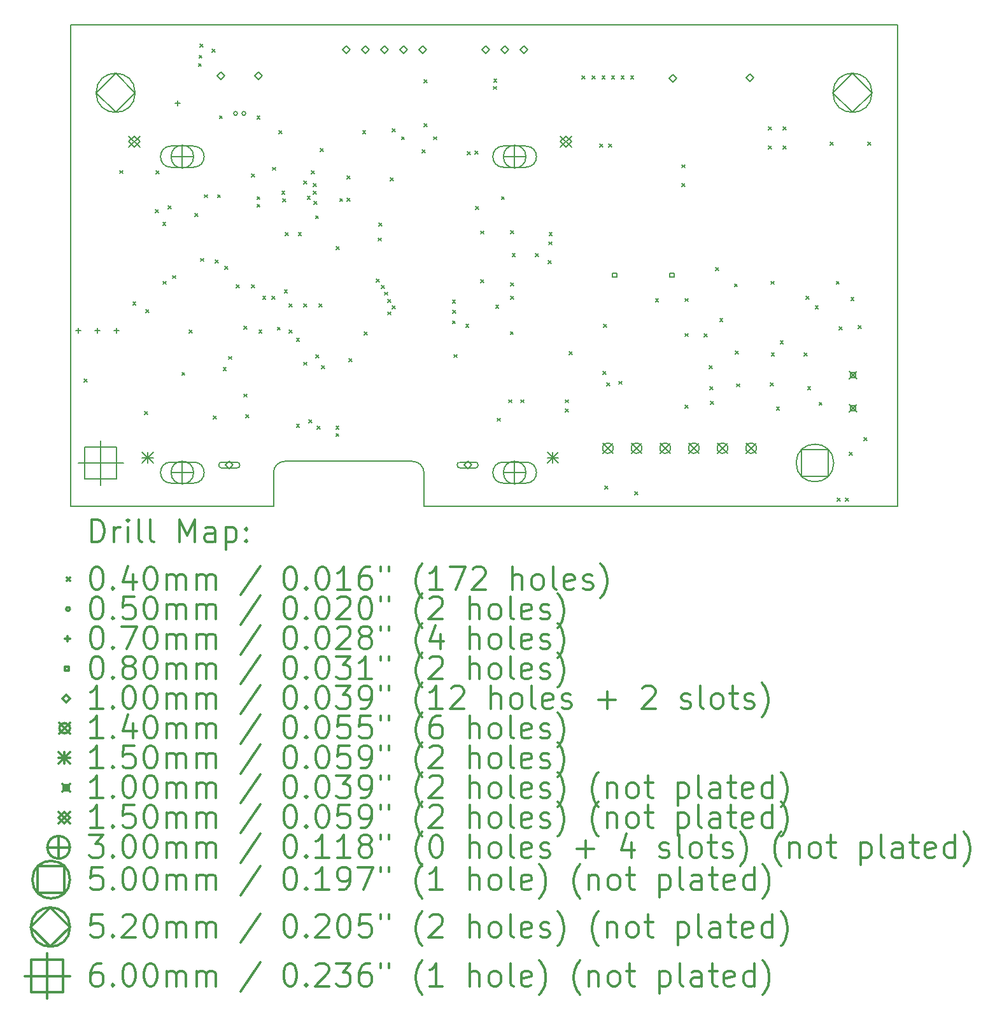
<source format=gbr>
%FSLAX45Y45*%
G04 Gerber Fmt 4.5, Leading zero omitted, Abs format (unit mm)*
G04 Created by KiCad (PCBNEW (5.1.7)-1) date 2020-12-03 10:55:39*
%MOMM*%
%LPD*%
G01*
G04 APERTURE LIST*
%TA.AperFunction,Profile*%
%ADD10C,0.150000*%
%TD*%
%ADD11C,0.200000*%
%ADD12C,0.300000*%
G04 APERTURE END LIST*
D10*
X4550000Y600000D02*
G75*
G02*
X4700000Y450000I0J-150000D01*
G01*
X2700000Y450000D02*
G75*
G02*
X2850000Y600000I150000J0D01*
G01*
X0Y6400000D02*
X0Y0D01*
X11000000Y6400000D02*
X0Y6400000D01*
X11000000Y0D02*
X11000000Y6400000D01*
X4700000Y0D02*
X11000000Y0D01*
X4700000Y450000D02*
X4700000Y0D01*
X2850000Y600000D02*
X4550000Y600000D01*
X2700000Y0D02*
X2700000Y450000D01*
X0Y0D02*
X2700000Y0D01*
D11*
X180000Y1695000D02*
X220000Y1655000D01*
X220000Y1695000D02*
X180000Y1655000D01*
X654000Y4467000D02*
X694000Y4427000D01*
X694000Y4467000D02*
X654000Y4427000D01*
X830000Y2720000D02*
X870000Y2680000D01*
X870000Y2720000D02*
X830000Y2680000D01*
X986000Y1264000D02*
X1026000Y1224000D01*
X1026000Y1264000D02*
X986000Y1224000D01*
X1005000Y2620000D02*
X1045000Y2580000D01*
X1045000Y2620000D02*
X1005000Y2580000D01*
X1130000Y3945000D02*
X1170000Y3905000D01*
X1170000Y3945000D02*
X1130000Y3905000D01*
X1135000Y4465000D02*
X1175000Y4425000D01*
X1175000Y4465000D02*
X1135000Y4425000D01*
X1226088Y3775108D02*
X1266088Y3735108D01*
X1266088Y3775108D02*
X1226088Y3735108D01*
X1230000Y2995000D02*
X1270000Y2955000D01*
X1270000Y2995000D02*
X1230000Y2955000D01*
X1300000Y4000000D02*
X1340000Y3960000D01*
X1340000Y4000000D02*
X1300000Y3960000D01*
X1355000Y3070000D02*
X1395000Y3030000D01*
X1395000Y3070000D02*
X1355000Y3030000D01*
X1481000Y1784000D02*
X1521000Y1744000D01*
X1521000Y1784000D02*
X1481000Y1744000D01*
X1580000Y2345000D02*
X1620000Y2305000D01*
X1620000Y2345000D02*
X1580000Y2305000D01*
X1655000Y3895000D02*
X1695000Y3855000D01*
X1695000Y3895000D02*
X1655000Y3855000D01*
X1700000Y5890000D02*
X1740000Y5850000D01*
X1740000Y5890000D02*
X1700000Y5850000D01*
X1710000Y6000000D02*
X1750000Y5960000D01*
X1750000Y6000000D02*
X1710000Y5960000D01*
X1723231Y6150001D02*
X1763231Y6110001D01*
X1763231Y6150001D02*
X1723231Y6110001D01*
X1727500Y3300000D02*
X1767500Y3260000D01*
X1767500Y3300000D02*
X1727500Y3260000D01*
X1780000Y4145000D02*
X1820000Y4105000D01*
X1820000Y4145000D02*
X1780000Y4105000D01*
X1880000Y6080000D02*
X1920000Y6040000D01*
X1920000Y6080000D02*
X1880000Y6040000D01*
X1899000Y1201000D02*
X1939000Y1161000D01*
X1939000Y1201000D02*
X1899000Y1161000D01*
X1922500Y3277500D02*
X1962500Y3237500D01*
X1962500Y3277500D02*
X1922500Y3237500D01*
X1955000Y4145000D02*
X1995000Y4105000D01*
X1995000Y4145000D02*
X1955000Y4105000D01*
X1980000Y5195000D02*
X2020000Y5155000D01*
X2020000Y5195000D02*
X1980000Y5155000D01*
X2030000Y1845000D02*
X2070000Y1805000D01*
X2070000Y1845000D02*
X2030000Y1805000D01*
X2055000Y3195000D02*
X2095000Y3155000D01*
X2095000Y3195000D02*
X2055000Y3155000D01*
X2105000Y1995000D02*
X2145000Y1955000D01*
X2145000Y1995000D02*
X2105000Y1955000D01*
X2205000Y2945000D02*
X2245000Y2905000D01*
X2245000Y2945000D02*
X2205000Y2905000D01*
X2305000Y2395000D02*
X2345000Y2355000D01*
X2345000Y2395000D02*
X2305000Y2355000D01*
X2305000Y1495000D02*
X2345000Y1455000D01*
X2345000Y1495000D02*
X2305000Y1455000D01*
X2330000Y1220000D02*
X2370000Y1180000D01*
X2370000Y1220000D02*
X2330000Y1180000D01*
X2405000Y2945000D02*
X2445000Y2905000D01*
X2445000Y2945000D02*
X2405000Y2905000D01*
X2410000Y4420000D02*
X2450000Y4380000D01*
X2450000Y4420000D02*
X2410000Y4380000D01*
X2480000Y5190000D02*
X2520000Y5150000D01*
X2520000Y5190000D02*
X2480000Y5150000D01*
X2480000Y4120000D02*
X2520000Y4080000D01*
X2520000Y4120000D02*
X2480000Y4080000D01*
X2480000Y4019999D02*
X2520000Y3979999D01*
X2520000Y4019999D02*
X2480000Y3979999D01*
X2505000Y2345000D02*
X2545000Y2305000D01*
X2545000Y2345000D02*
X2505000Y2305000D01*
X2555000Y2795000D02*
X2595000Y2755000D01*
X2595000Y2795000D02*
X2555000Y2755000D01*
X2680000Y2795000D02*
X2720000Y2755000D01*
X2720000Y2795000D02*
X2680000Y2755000D01*
X2690000Y4510000D02*
X2730000Y4470000D01*
X2730000Y4510000D02*
X2690000Y4470000D01*
X2750000Y2385000D02*
X2790000Y2345000D01*
X2790000Y2385000D02*
X2750000Y2345000D01*
X2775000Y4995000D02*
X2815000Y4955000D01*
X2815000Y4995000D02*
X2775000Y4955000D01*
X2811029Y4195264D02*
X2851029Y4155264D01*
X2851029Y4195264D02*
X2811029Y4155264D01*
X2824203Y4091510D02*
X2864203Y4051510D01*
X2864203Y4091510D02*
X2824203Y4051510D01*
X2845000Y2877500D02*
X2885000Y2837500D01*
X2885000Y2877500D02*
X2845000Y2837500D01*
X2855000Y3642500D02*
X2895000Y3602500D01*
X2895000Y3642500D02*
X2855000Y3602500D01*
X2905000Y2695000D02*
X2945000Y2655000D01*
X2945000Y2695000D02*
X2905000Y2655000D01*
X2905000Y2345000D02*
X2945000Y2305000D01*
X2945000Y2345000D02*
X2905000Y2305000D01*
X3005000Y2239000D02*
X3045000Y2199000D01*
X3045000Y2239000D02*
X3005000Y2199000D01*
X3005000Y1095000D02*
X3045000Y1055000D01*
X3045000Y1095000D02*
X3005000Y1055000D01*
X3030000Y3645000D02*
X3070000Y3605000D01*
X3070000Y3645000D02*
X3030000Y3605000D01*
X3103750Y4325001D02*
X3143750Y4285001D01*
X3143750Y4325001D02*
X3103750Y4285001D01*
X3104999Y1920000D02*
X3144999Y1880000D01*
X3144999Y1920000D02*
X3104999Y1880000D01*
X3105000Y2695000D02*
X3145000Y2655000D01*
X3145000Y2695000D02*
X3105000Y2655000D01*
X3147989Y4124998D02*
X3187989Y4084998D01*
X3187989Y4124998D02*
X3147989Y4084998D01*
X3168934Y1153818D02*
X3208934Y1113818D01*
X3208934Y1153818D02*
X3168934Y1113818D01*
X3205000Y4466499D02*
X3245000Y4426499D01*
X3245000Y4466499D02*
X3205000Y4426499D01*
X3230000Y4295000D02*
X3270000Y4255000D01*
X3270000Y4295000D02*
X3230000Y4255000D01*
X3230000Y4194999D02*
X3270000Y4154999D01*
X3270000Y4194999D02*
X3230000Y4154999D01*
X3235471Y4054998D02*
X3275471Y4014998D01*
X3275471Y4054998D02*
X3235471Y4014998D01*
X3258000Y3866000D02*
X3298000Y3826000D01*
X3298000Y3866000D02*
X3258000Y3826000D01*
X3261050Y2019565D02*
X3301050Y1979565D01*
X3301050Y2019565D02*
X3261050Y1979565D01*
X3280000Y1070000D02*
X3320000Y1030000D01*
X3320000Y1070000D02*
X3280000Y1030000D01*
X3305000Y2695000D02*
X3345000Y2655000D01*
X3345000Y2695000D02*
X3305000Y2655000D01*
X3320000Y4760000D02*
X3360000Y4720000D01*
X3360000Y4760000D02*
X3320000Y4720000D01*
X3339015Y1873286D02*
X3379015Y1833286D01*
X3379015Y1873286D02*
X3339015Y1833286D01*
X3530000Y1070000D02*
X3570000Y1030000D01*
X3570000Y1070000D02*
X3530000Y1030000D01*
X3530000Y970000D02*
X3570000Y930000D01*
X3570000Y970000D02*
X3530000Y930000D01*
X3533005Y3453005D02*
X3573005Y3413005D01*
X3573005Y3453005D02*
X3533005Y3413005D01*
X3579535Y4095271D02*
X3619535Y4055271D01*
X3619535Y4095271D02*
X3579535Y4055271D01*
X3680000Y4395000D02*
X3720000Y4355000D01*
X3720000Y4395000D02*
X3680000Y4355000D01*
X3680000Y4100000D02*
X3720000Y4060000D01*
X3720000Y4100000D02*
X3680000Y4060000D01*
X3701617Y1964999D02*
X3741617Y1924999D01*
X3741617Y1964999D02*
X3701617Y1924999D01*
X3885000Y4995000D02*
X3925000Y4955000D01*
X3925000Y4995000D02*
X3885000Y4955000D01*
X3905000Y2320000D02*
X3945000Y2280000D01*
X3945000Y2320000D02*
X3905000Y2280000D01*
X4064999Y3025367D02*
X4104999Y2985367D01*
X4104999Y3025367D02*
X4064999Y2985367D01*
X4094000Y3570000D02*
X4134000Y3530000D01*
X4134000Y3570000D02*
X4094000Y3530000D01*
X4100000Y3770000D02*
X4140000Y3730000D01*
X4140000Y3770000D02*
X4100000Y3730000D01*
X4135000Y2942500D02*
X4175000Y2902500D01*
X4175000Y2942500D02*
X4135000Y2902500D01*
X4180000Y2850000D02*
X4220000Y2810000D01*
X4220000Y2850000D02*
X4180000Y2810000D01*
X4217502Y2587500D02*
X4257502Y2547500D01*
X4257502Y2587500D02*
X4217502Y2547500D01*
X4219160Y2756220D02*
X4259160Y2716220D01*
X4259160Y2756220D02*
X4219160Y2716220D01*
X4255000Y4370000D02*
X4295000Y4330000D01*
X4295000Y4370000D02*
X4255000Y4330000D01*
X4278364Y2671203D02*
X4318364Y2631203D01*
X4318364Y2671203D02*
X4278364Y2631203D01*
X4280000Y5020000D02*
X4320000Y4980000D01*
X4320000Y5020000D02*
X4280000Y4980000D01*
X4402000Y4916000D02*
X4442000Y4876000D01*
X4442000Y4916000D02*
X4402000Y4876000D01*
X4680000Y4744999D02*
X4720000Y4704999D01*
X4720000Y4744999D02*
X4680000Y4704999D01*
X4702500Y5090000D02*
X4742500Y5050000D01*
X4742500Y5090000D02*
X4702500Y5050000D01*
X4704500Y5676000D02*
X4744500Y5636000D01*
X4744500Y5676000D02*
X4704500Y5636000D01*
X4830000Y4916000D02*
X4870000Y4876000D01*
X4870000Y4916000D02*
X4830000Y4876000D01*
X5080000Y2742500D02*
X5120000Y2702500D01*
X5120000Y2742500D02*
X5080000Y2702500D01*
X5080000Y2470000D02*
X5120000Y2430000D01*
X5120000Y2470000D02*
X5080000Y2430000D01*
X5085000Y2607500D02*
X5125000Y2567500D01*
X5125000Y2607500D02*
X5085000Y2567500D01*
X5100000Y2020000D02*
X5140000Y1980000D01*
X5140000Y2020000D02*
X5100000Y1980000D01*
X5257500Y2425000D02*
X5297500Y2385000D01*
X5297500Y2425000D02*
X5257500Y2385000D01*
X5280000Y4720000D02*
X5320000Y4680000D01*
X5320000Y4720000D02*
X5280000Y4680000D01*
X5382500Y4725000D02*
X5422500Y4685000D01*
X5422500Y4725000D02*
X5382500Y4685000D01*
X5389000Y3989000D02*
X5429000Y3949000D01*
X5429000Y3989000D02*
X5389000Y3949000D01*
X5455500Y3664000D02*
X5495500Y3624000D01*
X5495500Y3664000D02*
X5455500Y3624000D01*
X5455500Y3014000D02*
X5495500Y2974000D01*
X5495500Y3014000D02*
X5455500Y2974000D01*
X5622500Y5585000D02*
X5662500Y5545000D01*
X5662500Y5585000D02*
X5622500Y5545000D01*
X5630561Y5684676D02*
X5670561Y5644676D01*
X5670561Y5684676D02*
X5630561Y5644676D01*
X5655000Y2676003D02*
X5695000Y2636003D01*
X5695000Y2676003D02*
X5655000Y2636003D01*
X5675000Y1175000D02*
X5715000Y1135000D01*
X5715000Y1175000D02*
X5675000Y1135000D01*
X5730000Y4120000D02*
X5770000Y4080000D01*
X5770000Y4120000D02*
X5730000Y4080000D01*
X5830000Y1420000D02*
X5870000Y1380000D01*
X5870000Y1420000D02*
X5830000Y1380000D01*
X5850261Y2324999D02*
X5890261Y2284999D01*
X5890261Y2324999D02*
X5850261Y2284999D01*
X5855000Y3670000D02*
X5895000Y3630000D01*
X5895000Y3670000D02*
X5855000Y3630000D01*
X5855000Y2975000D02*
X5895000Y2935000D01*
X5895000Y2975000D02*
X5855000Y2935000D01*
X5855000Y2796007D02*
X5895000Y2756007D01*
X5895000Y2796007D02*
X5855000Y2756007D01*
X5875000Y3365000D02*
X5915000Y3325000D01*
X5915000Y3365000D02*
X5875000Y3325000D01*
X5990000Y1420000D02*
X6030000Y1380000D01*
X6030000Y1420000D02*
X5990000Y1380000D01*
X6185000Y3365000D02*
X6225000Y3325000D01*
X6225000Y3365000D02*
X6185000Y3325000D01*
X6355000Y3270000D02*
X6395000Y3230000D01*
X6395000Y3270000D02*
X6355000Y3230000D01*
X6360002Y3520002D02*
X6400002Y3480002D01*
X6400002Y3520002D02*
X6360002Y3480002D01*
X6365000Y3645000D02*
X6405000Y3605000D01*
X6405000Y3645000D02*
X6365000Y3605000D01*
X6580000Y1420000D02*
X6620000Y1380000D01*
X6620000Y1420000D02*
X6580000Y1380000D01*
X6580000Y1295000D02*
X6620000Y1255000D01*
X6620000Y1295000D02*
X6580000Y1255000D01*
X6630000Y2060000D02*
X6670000Y2020000D01*
X6670000Y2060000D02*
X6630000Y2020000D01*
X6805000Y5724000D02*
X6845000Y5684000D01*
X6845000Y5724000D02*
X6805000Y5684000D01*
X6940000Y5724500D02*
X6980000Y5684500D01*
X6980000Y5724500D02*
X6940000Y5684500D01*
X7040000Y4820000D02*
X7080000Y4780000D01*
X7080000Y4820000D02*
X7040000Y4780000D01*
X7069000Y5724500D02*
X7109000Y5684500D01*
X7109000Y5724500D02*
X7069000Y5684500D01*
X7080000Y1795000D02*
X7120000Y1755000D01*
X7120000Y1795000D02*
X7080000Y1755000D01*
X7091000Y2423000D02*
X7131000Y2383000D01*
X7131000Y2423000D02*
X7091000Y2383000D01*
X7105000Y270000D02*
X7145000Y230000D01*
X7145000Y270000D02*
X7105000Y230000D01*
X7130000Y1645000D02*
X7170000Y1605000D01*
X7170000Y1645000D02*
X7130000Y1605000D01*
X7160000Y4820000D02*
X7200000Y4780000D01*
X7200000Y4820000D02*
X7160000Y4780000D01*
X7196000Y5724500D02*
X7236000Y5684500D01*
X7236000Y5724500D02*
X7196000Y5684500D01*
X7295000Y1665001D02*
X7335000Y1625001D01*
X7335000Y1665001D02*
X7295000Y1625001D01*
X7323000Y5724500D02*
X7363000Y5684500D01*
X7363000Y5724500D02*
X7323000Y5684500D01*
X7450000Y5724500D02*
X7490000Y5684500D01*
X7490000Y5724500D02*
X7450000Y5684500D01*
X7505000Y195000D02*
X7545000Y155000D01*
X7545000Y195000D02*
X7505000Y155000D01*
X7780500Y2764000D02*
X7820500Y2724000D01*
X7820500Y2764000D02*
X7780500Y2724000D01*
X8130000Y4545000D02*
X8170000Y4505000D01*
X8170000Y4545000D02*
X8130000Y4505000D01*
X8130000Y4295000D02*
X8170000Y4255000D01*
X8170000Y4295000D02*
X8130000Y4255000D01*
X8175000Y2765000D02*
X8215000Y2725000D01*
X8215000Y2765000D02*
X8175000Y2725000D01*
X8175000Y2300000D02*
X8215000Y2260000D01*
X8215000Y2300000D02*
X8175000Y2260000D01*
X8175000Y1350000D02*
X8215000Y1310000D01*
X8215000Y1350000D02*
X8175000Y1310000D01*
X8428681Y2294681D02*
X8468681Y2254681D01*
X8468681Y2294681D02*
X8428681Y2254681D01*
X8492500Y1875000D02*
X8532500Y1835000D01*
X8532500Y1875000D02*
X8492500Y1835000D01*
X8505000Y1595000D02*
X8545000Y1555000D01*
X8545000Y1595000D02*
X8505000Y1555000D01*
X8510000Y1400000D02*
X8550000Y1360000D01*
X8550000Y1400000D02*
X8510000Y1360000D01*
X8580500Y3176000D02*
X8620500Y3136000D01*
X8620500Y3176000D02*
X8580500Y3136000D01*
X8635000Y2500000D02*
X8675000Y2460000D01*
X8675000Y2500000D02*
X8635000Y2460000D01*
X8830000Y2960000D02*
X8870000Y2920000D01*
X8870000Y2960000D02*
X8830000Y2920000D01*
X8840000Y2070000D02*
X8880000Y2030000D01*
X8880000Y2070000D02*
X8840000Y2030000D01*
X8859000Y1631000D02*
X8899000Y1591000D01*
X8899000Y1631000D02*
X8859000Y1591000D01*
X9280000Y5045000D02*
X9320000Y5005000D01*
X9320000Y5045000D02*
X9280000Y5005000D01*
X9280000Y4795000D02*
X9320000Y4755000D01*
X9320000Y4795000D02*
X9280000Y4755000D01*
X9305543Y1643454D02*
X9345543Y1603454D01*
X9345543Y1643454D02*
X9305543Y1603454D01*
X9317500Y2995000D02*
X9357500Y2955000D01*
X9357500Y2995000D02*
X9317500Y2955000D01*
X9320000Y2040000D02*
X9360000Y2000000D01*
X9360000Y2040000D02*
X9320000Y2000000D01*
X9389000Y1320000D02*
X9429000Y1280000D01*
X9429000Y1320000D02*
X9389000Y1280000D01*
X9440000Y2200000D02*
X9480000Y2160000D01*
X9480000Y2200000D02*
X9440000Y2160000D01*
X9480000Y5045000D02*
X9520000Y5005000D01*
X9520000Y5045000D02*
X9480000Y5005000D01*
X9480000Y4795000D02*
X9520000Y4755000D01*
X9520000Y4795000D02*
X9480000Y4755000D01*
X9760000Y2040000D02*
X9800000Y2000000D01*
X9800000Y2040000D02*
X9760000Y2000000D01*
X9780000Y2795000D02*
X9820000Y2755000D01*
X9820000Y2795000D02*
X9780000Y2755000D01*
X9803000Y1594000D02*
X9843000Y1554000D01*
X9843000Y1594000D02*
X9803000Y1554000D01*
X9905000Y2670000D02*
X9945000Y2630000D01*
X9945000Y2670000D02*
X9905000Y2630000D01*
X9955000Y1385000D02*
X9995000Y1345000D01*
X9995000Y1385000D02*
X9955000Y1345000D01*
X10105000Y4845000D02*
X10145000Y4805000D01*
X10145000Y4845000D02*
X10105000Y4805000D01*
X10185000Y2995000D02*
X10225000Y2955000D01*
X10225000Y2995000D02*
X10185000Y2955000D01*
X10200000Y110000D02*
X10240000Y70000D01*
X10240000Y110000D02*
X10200000Y70000D01*
X10224000Y2390000D02*
X10264000Y2350000D01*
X10264000Y2390000D02*
X10224000Y2350000D01*
X10310000Y110000D02*
X10350000Y70000D01*
X10350000Y110000D02*
X10310000Y70000D01*
X10360000Y720000D02*
X10400000Y680000D01*
X10400000Y720000D02*
X10360000Y680000D01*
X10380000Y2780000D02*
X10420000Y2740000D01*
X10420000Y2780000D02*
X10380000Y2740000D01*
X10479000Y2408000D02*
X10519000Y2368000D01*
X10519000Y2408000D02*
X10479000Y2368000D01*
X10555000Y915000D02*
X10595000Y875000D01*
X10595000Y915000D02*
X10555000Y875000D01*
X10605000Y4845000D02*
X10645000Y4805000D01*
X10645000Y4845000D02*
X10605000Y4805000D01*
X2220000Y5225000D02*
G75*
G03*
X2220000Y5225000I-25000J0D01*
G01*
X2330000Y5225000D02*
G75*
G03*
X2330000Y5225000I-25000J0D01*
G01*
X1425000Y5395000D02*
X1425000Y5325000D01*
X1390000Y5360000D02*
X1460000Y5360000D01*
X106000Y2375000D02*
X106000Y2305000D01*
X71000Y2340000D02*
X141000Y2340000D01*
X360000Y2375000D02*
X360000Y2305000D01*
X325000Y2340000D02*
X395000Y2340000D01*
X614000Y2375000D02*
X614000Y2305000D01*
X579000Y2340000D02*
X649000Y2340000D01*
X7267284Y3046715D02*
X7267284Y3103284D01*
X7210715Y3103284D01*
X7210715Y3046715D01*
X7267284Y3046715D01*
X8029284Y3046715D02*
X8029284Y3103284D01*
X7972715Y3103284D01*
X7972715Y3046715D01*
X8029284Y3046715D01*
X5521000Y6025000D02*
X5571000Y6075000D01*
X5521000Y6125000D01*
X5471000Y6075000D01*
X5521000Y6025000D01*
X5775000Y6025000D02*
X5825000Y6075000D01*
X5775000Y6125000D01*
X5725000Y6075000D01*
X5775000Y6025000D01*
X6029000Y6025000D02*
X6079000Y6075000D01*
X6029000Y6125000D01*
X5979000Y6075000D01*
X6029000Y6025000D01*
X2112000Y501000D02*
X2162000Y551000D01*
X2112000Y601000D01*
X2062000Y551000D01*
X2112000Y501000D01*
X2012000Y511000D02*
X2212000Y511000D01*
X2012000Y591000D02*
X2212000Y591000D01*
X2212000Y511000D02*
G75*
G03*
X2212000Y591000I0J40000D01*
G01*
X2012000Y591000D02*
G75*
G03*
X2012000Y511000I0J-40000D01*
G01*
X5282000Y501000D02*
X5332000Y551000D01*
X5282000Y601000D01*
X5232000Y551000D01*
X5282000Y501000D01*
X5182000Y511000D02*
X5382000Y511000D01*
X5182000Y591000D02*
X5382000Y591000D01*
X5382000Y511000D02*
G75*
G03*
X5382000Y591000I0J40000D01*
G01*
X5182000Y591000D02*
G75*
G03*
X5182000Y511000I0J-40000D01*
G01*
X3667000Y6025000D02*
X3717000Y6075000D01*
X3667000Y6125000D01*
X3617000Y6075000D01*
X3667000Y6025000D01*
X3921000Y6025000D02*
X3971000Y6075000D01*
X3921000Y6125000D01*
X3871000Y6075000D01*
X3921000Y6025000D01*
X4175000Y6025000D02*
X4225000Y6075000D01*
X4175000Y6125000D01*
X4125000Y6075000D01*
X4175000Y6025000D01*
X4429000Y6025000D02*
X4479000Y6075000D01*
X4429000Y6125000D01*
X4379000Y6075000D01*
X4429000Y6025000D01*
X4683000Y6025000D02*
X4733000Y6075000D01*
X4683000Y6125000D01*
X4633000Y6075000D01*
X4683000Y6025000D01*
X2000000Y5675000D02*
X2050000Y5725000D01*
X2000000Y5775000D01*
X1950000Y5725000D01*
X2000000Y5675000D01*
X2500000Y5675000D02*
X2550000Y5725000D01*
X2500000Y5775000D01*
X2450000Y5725000D01*
X2500000Y5675000D01*
X8010000Y5645000D02*
X8060000Y5695000D01*
X8010000Y5745000D01*
X7960000Y5695000D01*
X8010000Y5645000D01*
X9035000Y5650000D02*
X9085000Y5700000D01*
X9035000Y5750000D01*
X8985000Y5700000D01*
X9035000Y5650000D01*
X7077500Y845000D02*
X7217500Y705000D01*
X7217500Y845000D02*
X7077500Y705000D01*
X7217500Y775000D02*
G75*
G03*
X7217500Y775000I-70000J0D01*
G01*
X7458500Y845000D02*
X7598500Y705000D01*
X7598500Y845000D02*
X7458500Y705000D01*
X7598500Y775000D02*
G75*
G03*
X7598500Y775000I-70000J0D01*
G01*
X7839500Y845000D02*
X7979500Y705000D01*
X7979500Y845000D02*
X7839500Y705000D01*
X7979500Y775000D02*
G75*
G03*
X7979500Y775000I-70000J0D01*
G01*
X8220500Y845000D02*
X8360500Y705000D01*
X8360500Y845000D02*
X8220500Y705000D01*
X8360500Y775000D02*
G75*
G03*
X8360500Y775000I-70000J0D01*
G01*
X8601500Y845000D02*
X8741500Y705000D01*
X8741500Y845000D02*
X8601500Y705000D01*
X8741500Y775000D02*
G75*
G03*
X8741500Y775000I-70000J0D01*
G01*
X8982500Y845000D02*
X9122500Y705000D01*
X9122500Y845000D02*
X8982500Y705000D01*
X9122500Y775000D02*
G75*
G03*
X9122500Y775000I-70000J0D01*
G01*
X950000Y725000D02*
X1100000Y575000D01*
X1100000Y725000D02*
X950000Y575000D01*
X1025000Y725000D02*
X1025000Y575000D01*
X950000Y650000D02*
X1100000Y650000D01*
X6340000Y725000D02*
X6490000Y575000D01*
X6490000Y725000D02*
X6340000Y575000D01*
X6415000Y725000D02*
X6415000Y575000D01*
X6340000Y650000D02*
X6490000Y650000D01*
X10360000Y1795000D02*
X10460000Y1695000D01*
X10460000Y1795000D02*
X10360000Y1695000D01*
X10445356Y1709644D02*
X10445356Y1780356D01*
X10374644Y1780356D01*
X10374644Y1709644D01*
X10445356Y1709644D01*
X10360000Y1355000D02*
X10460000Y1255000D01*
X10460000Y1355000D02*
X10360000Y1255000D01*
X10445356Y1269644D02*
X10445356Y1340356D01*
X10374644Y1340356D01*
X10374644Y1269644D01*
X10445356Y1269644D01*
X775000Y4925000D02*
X925000Y4775000D01*
X925000Y4925000D02*
X775000Y4775000D01*
X850000Y4775000D02*
X925000Y4850000D01*
X850000Y4925000D01*
X775000Y4850000D01*
X850000Y4775000D01*
X6515000Y4925000D02*
X6665000Y4775000D01*
X6665000Y4925000D02*
X6515000Y4775000D01*
X6590000Y4775000D02*
X6665000Y4850000D01*
X6590000Y4925000D01*
X6515000Y4850000D01*
X6590000Y4775000D01*
X1487000Y4801000D02*
X1487000Y4501000D01*
X1337000Y4651000D02*
X1637000Y4651000D01*
X1637000Y4651000D02*
G75*
G03*
X1637000Y4651000I-150000J0D01*
G01*
X1337000Y4511000D02*
X1637000Y4511000D01*
X1337000Y4791000D02*
X1637000Y4791000D01*
X1637000Y4511000D02*
G75*
G03*
X1637000Y4791000I0J140000D01*
G01*
X1337000Y4791000D02*
G75*
G03*
X1337000Y4511000I0J-140000D01*
G01*
X1487000Y601000D02*
X1487000Y301000D01*
X1337000Y451000D02*
X1637000Y451000D01*
X1637000Y451000D02*
G75*
G03*
X1637000Y451000I-150000J0D01*
G01*
X1337000Y311000D02*
X1637000Y311000D01*
X1337000Y591000D02*
X1637000Y591000D01*
X1637000Y311000D02*
G75*
G03*
X1637000Y591000I0J140000D01*
G01*
X1337000Y591000D02*
G75*
G03*
X1337000Y311000I0J-140000D01*
G01*
X5907000Y4801000D02*
X5907000Y4501000D01*
X5757000Y4651000D02*
X6057000Y4651000D01*
X6057000Y4651000D02*
G75*
G03*
X6057000Y4651000I-150000J0D01*
G01*
X5757000Y4511000D02*
X6057000Y4511000D01*
X5757000Y4791000D02*
X6057000Y4791000D01*
X6057000Y4511000D02*
G75*
G03*
X6057000Y4791000I0J140000D01*
G01*
X5757000Y4791000D02*
G75*
G03*
X5757000Y4511000I0J-140000D01*
G01*
X5907000Y601000D02*
X5907000Y301000D01*
X5757000Y451000D02*
X6057000Y451000D01*
X6057000Y451000D02*
G75*
G03*
X6057000Y451000I-150000J0D01*
G01*
X5757000Y311000D02*
X6057000Y311000D01*
X5757000Y591000D02*
X6057000Y591000D01*
X6057000Y311000D02*
G75*
G03*
X6057000Y591000I0J140000D01*
G01*
X5757000Y591000D02*
G75*
G03*
X5757000Y311000I0J-140000D01*
G01*
X10077778Y402222D02*
X10077778Y755778D01*
X9724222Y755778D01*
X9724222Y402222D01*
X10077778Y402222D01*
X10151000Y579000D02*
G75*
G03*
X10151000Y579000I-250000J0D01*
G01*
X600000Y5240000D02*
X860000Y5500000D01*
X600000Y5760000D01*
X340000Y5500000D01*
X600000Y5240000D01*
X860000Y5500000D02*
G75*
G03*
X860000Y5500000I-260000J0D01*
G01*
X10400000Y5240000D02*
X10660000Y5500000D01*
X10400000Y5760000D01*
X10140000Y5500000D01*
X10400000Y5240000D01*
X10660000Y5500000D02*
G75*
G03*
X10660000Y5500000I-260000J0D01*
G01*
X401000Y879000D02*
X401000Y279000D01*
X101000Y579000D02*
X701000Y579000D01*
X613134Y366866D02*
X613134Y791134D01*
X188866Y791134D01*
X188866Y366866D01*
X613134Y366866D01*
D12*
X278928Y-473214D02*
X278928Y-173214D01*
X350357Y-173214D01*
X393214Y-187500D01*
X421786Y-216071D01*
X436071Y-244643D01*
X450357Y-301786D01*
X450357Y-344643D01*
X436071Y-401786D01*
X421786Y-430357D01*
X393214Y-458929D01*
X350357Y-473214D01*
X278928Y-473214D01*
X578928Y-473214D02*
X578928Y-273214D01*
X578928Y-330357D02*
X593214Y-301786D01*
X607500Y-287500D01*
X636071Y-273214D01*
X664643Y-273214D01*
X764643Y-473214D02*
X764643Y-273214D01*
X764643Y-173214D02*
X750357Y-187500D01*
X764643Y-201786D01*
X778928Y-187500D01*
X764643Y-173214D01*
X764643Y-201786D01*
X950357Y-473214D02*
X921786Y-458929D01*
X907500Y-430357D01*
X907500Y-173214D01*
X1107500Y-473214D02*
X1078928Y-458929D01*
X1064643Y-430357D01*
X1064643Y-173214D01*
X1450357Y-473214D02*
X1450357Y-173214D01*
X1550357Y-387500D01*
X1650357Y-173214D01*
X1650357Y-473214D01*
X1921786Y-473214D02*
X1921786Y-316072D01*
X1907500Y-287500D01*
X1878928Y-273214D01*
X1821786Y-273214D01*
X1793214Y-287500D01*
X1921786Y-458929D02*
X1893214Y-473214D01*
X1821786Y-473214D01*
X1793214Y-458929D01*
X1778928Y-430357D01*
X1778928Y-401786D01*
X1793214Y-373214D01*
X1821786Y-358929D01*
X1893214Y-358929D01*
X1921786Y-344643D01*
X2064643Y-273214D02*
X2064643Y-573214D01*
X2064643Y-287500D02*
X2093214Y-273214D01*
X2150357Y-273214D01*
X2178928Y-287500D01*
X2193214Y-301786D01*
X2207500Y-330357D01*
X2207500Y-416071D01*
X2193214Y-444643D01*
X2178928Y-458929D01*
X2150357Y-473214D01*
X2093214Y-473214D01*
X2064643Y-458929D01*
X2336071Y-444643D02*
X2350357Y-458929D01*
X2336071Y-473214D01*
X2321786Y-458929D01*
X2336071Y-444643D01*
X2336071Y-473214D01*
X2336071Y-287500D02*
X2350357Y-301786D01*
X2336071Y-316072D01*
X2321786Y-301786D01*
X2336071Y-287500D01*
X2336071Y-316072D01*
X-47500Y-947500D02*
X-7500Y-987500D01*
X-7500Y-947500D02*
X-47500Y-987500D01*
X336071Y-803214D02*
X364643Y-803214D01*
X393214Y-817500D01*
X407500Y-831786D01*
X421786Y-860357D01*
X436071Y-917500D01*
X436071Y-988929D01*
X421786Y-1046071D01*
X407500Y-1074643D01*
X393214Y-1088929D01*
X364643Y-1103214D01*
X336071Y-1103214D01*
X307500Y-1088929D01*
X293214Y-1074643D01*
X278928Y-1046071D01*
X264643Y-988929D01*
X264643Y-917500D01*
X278928Y-860357D01*
X293214Y-831786D01*
X307500Y-817500D01*
X336071Y-803214D01*
X564643Y-1074643D02*
X578928Y-1088929D01*
X564643Y-1103214D01*
X550357Y-1088929D01*
X564643Y-1074643D01*
X564643Y-1103214D01*
X836071Y-903214D02*
X836071Y-1103214D01*
X764643Y-788929D02*
X693214Y-1003214D01*
X878928Y-1003214D01*
X1050357Y-803214D02*
X1078928Y-803214D01*
X1107500Y-817500D01*
X1121786Y-831786D01*
X1136071Y-860357D01*
X1150357Y-917500D01*
X1150357Y-988929D01*
X1136071Y-1046071D01*
X1121786Y-1074643D01*
X1107500Y-1088929D01*
X1078928Y-1103214D01*
X1050357Y-1103214D01*
X1021786Y-1088929D01*
X1007500Y-1074643D01*
X993214Y-1046071D01*
X978928Y-988929D01*
X978928Y-917500D01*
X993214Y-860357D01*
X1007500Y-831786D01*
X1021786Y-817500D01*
X1050357Y-803214D01*
X1278928Y-1103214D02*
X1278928Y-903214D01*
X1278928Y-931786D02*
X1293214Y-917500D01*
X1321786Y-903214D01*
X1364643Y-903214D01*
X1393214Y-917500D01*
X1407500Y-946071D01*
X1407500Y-1103214D01*
X1407500Y-946071D02*
X1421786Y-917500D01*
X1450357Y-903214D01*
X1493214Y-903214D01*
X1521786Y-917500D01*
X1536071Y-946071D01*
X1536071Y-1103214D01*
X1678928Y-1103214D02*
X1678928Y-903214D01*
X1678928Y-931786D02*
X1693214Y-917500D01*
X1721786Y-903214D01*
X1764643Y-903214D01*
X1793214Y-917500D01*
X1807500Y-946071D01*
X1807500Y-1103214D01*
X1807500Y-946071D02*
X1821786Y-917500D01*
X1850357Y-903214D01*
X1893214Y-903214D01*
X1921786Y-917500D01*
X1936071Y-946071D01*
X1936071Y-1103214D01*
X2521786Y-788929D02*
X2264643Y-1174643D01*
X2907500Y-803214D02*
X2936071Y-803214D01*
X2964643Y-817500D01*
X2978928Y-831786D01*
X2993214Y-860357D01*
X3007500Y-917500D01*
X3007500Y-988929D01*
X2993214Y-1046071D01*
X2978928Y-1074643D01*
X2964643Y-1088929D01*
X2936071Y-1103214D01*
X2907500Y-1103214D01*
X2878928Y-1088929D01*
X2864643Y-1074643D01*
X2850357Y-1046071D01*
X2836071Y-988929D01*
X2836071Y-917500D01*
X2850357Y-860357D01*
X2864643Y-831786D01*
X2878928Y-817500D01*
X2907500Y-803214D01*
X3136071Y-1074643D02*
X3150357Y-1088929D01*
X3136071Y-1103214D01*
X3121786Y-1088929D01*
X3136071Y-1074643D01*
X3136071Y-1103214D01*
X3336071Y-803214D02*
X3364643Y-803214D01*
X3393214Y-817500D01*
X3407500Y-831786D01*
X3421786Y-860357D01*
X3436071Y-917500D01*
X3436071Y-988929D01*
X3421786Y-1046071D01*
X3407500Y-1074643D01*
X3393214Y-1088929D01*
X3364643Y-1103214D01*
X3336071Y-1103214D01*
X3307500Y-1088929D01*
X3293214Y-1074643D01*
X3278928Y-1046071D01*
X3264643Y-988929D01*
X3264643Y-917500D01*
X3278928Y-860357D01*
X3293214Y-831786D01*
X3307500Y-817500D01*
X3336071Y-803214D01*
X3721786Y-1103214D02*
X3550357Y-1103214D01*
X3636071Y-1103214D02*
X3636071Y-803214D01*
X3607500Y-846071D01*
X3578928Y-874643D01*
X3550357Y-888929D01*
X3978928Y-803214D02*
X3921786Y-803214D01*
X3893214Y-817500D01*
X3878928Y-831786D01*
X3850357Y-874643D01*
X3836071Y-931786D01*
X3836071Y-1046071D01*
X3850357Y-1074643D01*
X3864643Y-1088929D01*
X3893214Y-1103214D01*
X3950357Y-1103214D01*
X3978928Y-1088929D01*
X3993214Y-1074643D01*
X4007500Y-1046071D01*
X4007500Y-974643D01*
X3993214Y-946071D01*
X3978928Y-931786D01*
X3950357Y-917500D01*
X3893214Y-917500D01*
X3864643Y-931786D01*
X3850357Y-946071D01*
X3836071Y-974643D01*
X4121786Y-803214D02*
X4121786Y-860357D01*
X4236071Y-803214D02*
X4236071Y-860357D01*
X4678928Y-1217500D02*
X4664643Y-1203214D01*
X4636071Y-1160357D01*
X4621786Y-1131786D01*
X4607500Y-1088929D01*
X4593214Y-1017500D01*
X4593214Y-960357D01*
X4607500Y-888929D01*
X4621786Y-846071D01*
X4636071Y-817500D01*
X4664643Y-774643D01*
X4678928Y-760357D01*
X4950357Y-1103214D02*
X4778928Y-1103214D01*
X4864643Y-1103214D02*
X4864643Y-803214D01*
X4836071Y-846071D01*
X4807500Y-874643D01*
X4778928Y-888929D01*
X5050357Y-803214D02*
X5250357Y-803214D01*
X5121786Y-1103214D01*
X5350357Y-831786D02*
X5364643Y-817500D01*
X5393214Y-803214D01*
X5464643Y-803214D01*
X5493214Y-817500D01*
X5507500Y-831786D01*
X5521786Y-860357D01*
X5521786Y-888929D01*
X5507500Y-931786D01*
X5336071Y-1103214D01*
X5521786Y-1103214D01*
X5878928Y-1103214D02*
X5878928Y-803214D01*
X6007500Y-1103214D02*
X6007500Y-946071D01*
X5993214Y-917500D01*
X5964643Y-903214D01*
X5921786Y-903214D01*
X5893214Y-917500D01*
X5878928Y-931786D01*
X6193214Y-1103214D02*
X6164643Y-1088929D01*
X6150357Y-1074643D01*
X6136071Y-1046071D01*
X6136071Y-960357D01*
X6150357Y-931786D01*
X6164643Y-917500D01*
X6193214Y-903214D01*
X6236071Y-903214D01*
X6264643Y-917500D01*
X6278928Y-931786D01*
X6293214Y-960357D01*
X6293214Y-1046071D01*
X6278928Y-1074643D01*
X6264643Y-1088929D01*
X6236071Y-1103214D01*
X6193214Y-1103214D01*
X6464643Y-1103214D02*
X6436071Y-1088929D01*
X6421786Y-1060357D01*
X6421786Y-803214D01*
X6693214Y-1088929D02*
X6664643Y-1103214D01*
X6607500Y-1103214D01*
X6578928Y-1088929D01*
X6564643Y-1060357D01*
X6564643Y-946071D01*
X6578928Y-917500D01*
X6607500Y-903214D01*
X6664643Y-903214D01*
X6693214Y-917500D01*
X6707500Y-946071D01*
X6707500Y-974643D01*
X6564643Y-1003214D01*
X6821786Y-1088929D02*
X6850357Y-1103214D01*
X6907500Y-1103214D01*
X6936071Y-1088929D01*
X6950357Y-1060357D01*
X6950357Y-1046071D01*
X6936071Y-1017500D01*
X6907500Y-1003214D01*
X6864643Y-1003214D01*
X6836071Y-988929D01*
X6821786Y-960357D01*
X6821786Y-946071D01*
X6836071Y-917500D01*
X6864643Y-903214D01*
X6907500Y-903214D01*
X6936071Y-917500D01*
X7050357Y-1217500D02*
X7064643Y-1203214D01*
X7093214Y-1160357D01*
X7107500Y-1131786D01*
X7121786Y-1088929D01*
X7136071Y-1017500D01*
X7136071Y-960357D01*
X7121786Y-888929D01*
X7107500Y-846071D01*
X7093214Y-817500D01*
X7064643Y-774643D01*
X7050357Y-760357D01*
X-7500Y-1363500D02*
G75*
G03*
X-7500Y-1363500I-25000J0D01*
G01*
X336071Y-1199214D02*
X364643Y-1199214D01*
X393214Y-1213500D01*
X407500Y-1227786D01*
X421786Y-1256357D01*
X436071Y-1313500D01*
X436071Y-1384929D01*
X421786Y-1442071D01*
X407500Y-1470643D01*
X393214Y-1484929D01*
X364643Y-1499214D01*
X336071Y-1499214D01*
X307500Y-1484929D01*
X293214Y-1470643D01*
X278928Y-1442071D01*
X264643Y-1384929D01*
X264643Y-1313500D01*
X278928Y-1256357D01*
X293214Y-1227786D01*
X307500Y-1213500D01*
X336071Y-1199214D01*
X564643Y-1470643D02*
X578928Y-1484929D01*
X564643Y-1499214D01*
X550357Y-1484929D01*
X564643Y-1470643D01*
X564643Y-1499214D01*
X850357Y-1199214D02*
X707500Y-1199214D01*
X693214Y-1342072D01*
X707500Y-1327786D01*
X736071Y-1313500D01*
X807500Y-1313500D01*
X836071Y-1327786D01*
X850357Y-1342072D01*
X864643Y-1370643D01*
X864643Y-1442071D01*
X850357Y-1470643D01*
X836071Y-1484929D01*
X807500Y-1499214D01*
X736071Y-1499214D01*
X707500Y-1484929D01*
X693214Y-1470643D01*
X1050357Y-1199214D02*
X1078928Y-1199214D01*
X1107500Y-1213500D01*
X1121786Y-1227786D01*
X1136071Y-1256357D01*
X1150357Y-1313500D01*
X1150357Y-1384929D01*
X1136071Y-1442071D01*
X1121786Y-1470643D01*
X1107500Y-1484929D01*
X1078928Y-1499214D01*
X1050357Y-1499214D01*
X1021786Y-1484929D01*
X1007500Y-1470643D01*
X993214Y-1442071D01*
X978928Y-1384929D01*
X978928Y-1313500D01*
X993214Y-1256357D01*
X1007500Y-1227786D01*
X1021786Y-1213500D01*
X1050357Y-1199214D01*
X1278928Y-1499214D02*
X1278928Y-1299214D01*
X1278928Y-1327786D02*
X1293214Y-1313500D01*
X1321786Y-1299214D01*
X1364643Y-1299214D01*
X1393214Y-1313500D01*
X1407500Y-1342072D01*
X1407500Y-1499214D01*
X1407500Y-1342072D02*
X1421786Y-1313500D01*
X1450357Y-1299214D01*
X1493214Y-1299214D01*
X1521786Y-1313500D01*
X1536071Y-1342072D01*
X1536071Y-1499214D01*
X1678928Y-1499214D02*
X1678928Y-1299214D01*
X1678928Y-1327786D02*
X1693214Y-1313500D01*
X1721786Y-1299214D01*
X1764643Y-1299214D01*
X1793214Y-1313500D01*
X1807500Y-1342072D01*
X1807500Y-1499214D01*
X1807500Y-1342072D02*
X1821786Y-1313500D01*
X1850357Y-1299214D01*
X1893214Y-1299214D01*
X1921786Y-1313500D01*
X1936071Y-1342072D01*
X1936071Y-1499214D01*
X2521786Y-1184929D02*
X2264643Y-1570643D01*
X2907500Y-1199214D02*
X2936071Y-1199214D01*
X2964643Y-1213500D01*
X2978928Y-1227786D01*
X2993214Y-1256357D01*
X3007500Y-1313500D01*
X3007500Y-1384929D01*
X2993214Y-1442071D01*
X2978928Y-1470643D01*
X2964643Y-1484929D01*
X2936071Y-1499214D01*
X2907500Y-1499214D01*
X2878928Y-1484929D01*
X2864643Y-1470643D01*
X2850357Y-1442071D01*
X2836071Y-1384929D01*
X2836071Y-1313500D01*
X2850357Y-1256357D01*
X2864643Y-1227786D01*
X2878928Y-1213500D01*
X2907500Y-1199214D01*
X3136071Y-1470643D02*
X3150357Y-1484929D01*
X3136071Y-1499214D01*
X3121786Y-1484929D01*
X3136071Y-1470643D01*
X3136071Y-1499214D01*
X3336071Y-1199214D02*
X3364643Y-1199214D01*
X3393214Y-1213500D01*
X3407500Y-1227786D01*
X3421786Y-1256357D01*
X3436071Y-1313500D01*
X3436071Y-1384929D01*
X3421786Y-1442071D01*
X3407500Y-1470643D01*
X3393214Y-1484929D01*
X3364643Y-1499214D01*
X3336071Y-1499214D01*
X3307500Y-1484929D01*
X3293214Y-1470643D01*
X3278928Y-1442071D01*
X3264643Y-1384929D01*
X3264643Y-1313500D01*
X3278928Y-1256357D01*
X3293214Y-1227786D01*
X3307500Y-1213500D01*
X3336071Y-1199214D01*
X3550357Y-1227786D02*
X3564643Y-1213500D01*
X3593214Y-1199214D01*
X3664643Y-1199214D01*
X3693214Y-1213500D01*
X3707500Y-1227786D01*
X3721786Y-1256357D01*
X3721786Y-1284929D01*
X3707500Y-1327786D01*
X3536071Y-1499214D01*
X3721786Y-1499214D01*
X3907500Y-1199214D02*
X3936071Y-1199214D01*
X3964643Y-1213500D01*
X3978928Y-1227786D01*
X3993214Y-1256357D01*
X4007500Y-1313500D01*
X4007500Y-1384929D01*
X3993214Y-1442071D01*
X3978928Y-1470643D01*
X3964643Y-1484929D01*
X3936071Y-1499214D01*
X3907500Y-1499214D01*
X3878928Y-1484929D01*
X3864643Y-1470643D01*
X3850357Y-1442071D01*
X3836071Y-1384929D01*
X3836071Y-1313500D01*
X3850357Y-1256357D01*
X3864643Y-1227786D01*
X3878928Y-1213500D01*
X3907500Y-1199214D01*
X4121786Y-1199214D02*
X4121786Y-1256357D01*
X4236071Y-1199214D02*
X4236071Y-1256357D01*
X4678928Y-1613500D02*
X4664643Y-1599214D01*
X4636071Y-1556357D01*
X4621786Y-1527786D01*
X4607500Y-1484929D01*
X4593214Y-1413500D01*
X4593214Y-1356357D01*
X4607500Y-1284929D01*
X4621786Y-1242072D01*
X4636071Y-1213500D01*
X4664643Y-1170643D01*
X4678928Y-1156357D01*
X4778928Y-1227786D02*
X4793214Y-1213500D01*
X4821786Y-1199214D01*
X4893214Y-1199214D01*
X4921786Y-1213500D01*
X4936071Y-1227786D01*
X4950357Y-1256357D01*
X4950357Y-1284929D01*
X4936071Y-1327786D01*
X4764643Y-1499214D01*
X4950357Y-1499214D01*
X5307500Y-1499214D02*
X5307500Y-1199214D01*
X5436071Y-1499214D02*
X5436071Y-1342072D01*
X5421786Y-1313500D01*
X5393214Y-1299214D01*
X5350357Y-1299214D01*
X5321786Y-1313500D01*
X5307500Y-1327786D01*
X5621786Y-1499214D02*
X5593214Y-1484929D01*
X5578928Y-1470643D01*
X5564643Y-1442071D01*
X5564643Y-1356357D01*
X5578928Y-1327786D01*
X5593214Y-1313500D01*
X5621786Y-1299214D01*
X5664643Y-1299214D01*
X5693214Y-1313500D01*
X5707500Y-1327786D01*
X5721786Y-1356357D01*
X5721786Y-1442071D01*
X5707500Y-1470643D01*
X5693214Y-1484929D01*
X5664643Y-1499214D01*
X5621786Y-1499214D01*
X5893214Y-1499214D02*
X5864643Y-1484929D01*
X5850357Y-1456357D01*
X5850357Y-1199214D01*
X6121786Y-1484929D02*
X6093214Y-1499214D01*
X6036071Y-1499214D01*
X6007500Y-1484929D01*
X5993214Y-1456357D01*
X5993214Y-1342072D01*
X6007500Y-1313500D01*
X6036071Y-1299214D01*
X6093214Y-1299214D01*
X6121786Y-1313500D01*
X6136071Y-1342072D01*
X6136071Y-1370643D01*
X5993214Y-1399214D01*
X6250357Y-1484929D02*
X6278928Y-1499214D01*
X6336071Y-1499214D01*
X6364643Y-1484929D01*
X6378928Y-1456357D01*
X6378928Y-1442071D01*
X6364643Y-1413500D01*
X6336071Y-1399214D01*
X6293214Y-1399214D01*
X6264643Y-1384929D01*
X6250357Y-1356357D01*
X6250357Y-1342072D01*
X6264643Y-1313500D01*
X6293214Y-1299214D01*
X6336071Y-1299214D01*
X6364643Y-1313500D01*
X6478928Y-1613500D02*
X6493214Y-1599214D01*
X6521786Y-1556357D01*
X6536071Y-1527786D01*
X6550357Y-1484929D01*
X6564643Y-1413500D01*
X6564643Y-1356357D01*
X6550357Y-1284929D01*
X6536071Y-1242072D01*
X6521786Y-1213500D01*
X6493214Y-1170643D01*
X6478928Y-1156357D01*
X-42500Y-1724500D02*
X-42500Y-1794500D01*
X-77500Y-1759500D02*
X-7500Y-1759500D01*
X336071Y-1595214D02*
X364643Y-1595214D01*
X393214Y-1609500D01*
X407500Y-1623786D01*
X421786Y-1652357D01*
X436071Y-1709500D01*
X436071Y-1780929D01*
X421786Y-1838071D01*
X407500Y-1866643D01*
X393214Y-1880929D01*
X364643Y-1895214D01*
X336071Y-1895214D01*
X307500Y-1880929D01*
X293214Y-1866643D01*
X278928Y-1838071D01*
X264643Y-1780929D01*
X264643Y-1709500D01*
X278928Y-1652357D01*
X293214Y-1623786D01*
X307500Y-1609500D01*
X336071Y-1595214D01*
X564643Y-1866643D02*
X578928Y-1880929D01*
X564643Y-1895214D01*
X550357Y-1880929D01*
X564643Y-1866643D01*
X564643Y-1895214D01*
X678928Y-1595214D02*
X878928Y-1595214D01*
X750357Y-1895214D01*
X1050357Y-1595214D02*
X1078928Y-1595214D01*
X1107500Y-1609500D01*
X1121786Y-1623786D01*
X1136071Y-1652357D01*
X1150357Y-1709500D01*
X1150357Y-1780929D01*
X1136071Y-1838071D01*
X1121786Y-1866643D01*
X1107500Y-1880929D01*
X1078928Y-1895214D01*
X1050357Y-1895214D01*
X1021786Y-1880929D01*
X1007500Y-1866643D01*
X993214Y-1838071D01*
X978928Y-1780929D01*
X978928Y-1709500D01*
X993214Y-1652357D01*
X1007500Y-1623786D01*
X1021786Y-1609500D01*
X1050357Y-1595214D01*
X1278928Y-1895214D02*
X1278928Y-1695214D01*
X1278928Y-1723786D02*
X1293214Y-1709500D01*
X1321786Y-1695214D01*
X1364643Y-1695214D01*
X1393214Y-1709500D01*
X1407500Y-1738071D01*
X1407500Y-1895214D01*
X1407500Y-1738071D02*
X1421786Y-1709500D01*
X1450357Y-1695214D01*
X1493214Y-1695214D01*
X1521786Y-1709500D01*
X1536071Y-1738071D01*
X1536071Y-1895214D01*
X1678928Y-1895214D02*
X1678928Y-1695214D01*
X1678928Y-1723786D02*
X1693214Y-1709500D01*
X1721786Y-1695214D01*
X1764643Y-1695214D01*
X1793214Y-1709500D01*
X1807500Y-1738071D01*
X1807500Y-1895214D01*
X1807500Y-1738071D02*
X1821786Y-1709500D01*
X1850357Y-1695214D01*
X1893214Y-1695214D01*
X1921786Y-1709500D01*
X1936071Y-1738071D01*
X1936071Y-1895214D01*
X2521786Y-1580929D02*
X2264643Y-1966643D01*
X2907500Y-1595214D02*
X2936071Y-1595214D01*
X2964643Y-1609500D01*
X2978928Y-1623786D01*
X2993214Y-1652357D01*
X3007500Y-1709500D01*
X3007500Y-1780929D01*
X2993214Y-1838071D01*
X2978928Y-1866643D01*
X2964643Y-1880929D01*
X2936071Y-1895214D01*
X2907500Y-1895214D01*
X2878928Y-1880929D01*
X2864643Y-1866643D01*
X2850357Y-1838071D01*
X2836071Y-1780929D01*
X2836071Y-1709500D01*
X2850357Y-1652357D01*
X2864643Y-1623786D01*
X2878928Y-1609500D01*
X2907500Y-1595214D01*
X3136071Y-1866643D02*
X3150357Y-1880929D01*
X3136071Y-1895214D01*
X3121786Y-1880929D01*
X3136071Y-1866643D01*
X3136071Y-1895214D01*
X3336071Y-1595214D02*
X3364643Y-1595214D01*
X3393214Y-1609500D01*
X3407500Y-1623786D01*
X3421786Y-1652357D01*
X3436071Y-1709500D01*
X3436071Y-1780929D01*
X3421786Y-1838071D01*
X3407500Y-1866643D01*
X3393214Y-1880929D01*
X3364643Y-1895214D01*
X3336071Y-1895214D01*
X3307500Y-1880929D01*
X3293214Y-1866643D01*
X3278928Y-1838071D01*
X3264643Y-1780929D01*
X3264643Y-1709500D01*
X3278928Y-1652357D01*
X3293214Y-1623786D01*
X3307500Y-1609500D01*
X3336071Y-1595214D01*
X3550357Y-1623786D02*
X3564643Y-1609500D01*
X3593214Y-1595214D01*
X3664643Y-1595214D01*
X3693214Y-1609500D01*
X3707500Y-1623786D01*
X3721786Y-1652357D01*
X3721786Y-1680929D01*
X3707500Y-1723786D01*
X3536071Y-1895214D01*
X3721786Y-1895214D01*
X3893214Y-1723786D02*
X3864643Y-1709500D01*
X3850357Y-1695214D01*
X3836071Y-1666643D01*
X3836071Y-1652357D01*
X3850357Y-1623786D01*
X3864643Y-1609500D01*
X3893214Y-1595214D01*
X3950357Y-1595214D01*
X3978928Y-1609500D01*
X3993214Y-1623786D01*
X4007500Y-1652357D01*
X4007500Y-1666643D01*
X3993214Y-1695214D01*
X3978928Y-1709500D01*
X3950357Y-1723786D01*
X3893214Y-1723786D01*
X3864643Y-1738071D01*
X3850357Y-1752357D01*
X3836071Y-1780929D01*
X3836071Y-1838071D01*
X3850357Y-1866643D01*
X3864643Y-1880929D01*
X3893214Y-1895214D01*
X3950357Y-1895214D01*
X3978928Y-1880929D01*
X3993214Y-1866643D01*
X4007500Y-1838071D01*
X4007500Y-1780929D01*
X3993214Y-1752357D01*
X3978928Y-1738071D01*
X3950357Y-1723786D01*
X4121786Y-1595214D02*
X4121786Y-1652357D01*
X4236071Y-1595214D02*
X4236071Y-1652357D01*
X4678928Y-2009500D02*
X4664643Y-1995214D01*
X4636071Y-1952357D01*
X4621786Y-1923786D01*
X4607500Y-1880929D01*
X4593214Y-1809500D01*
X4593214Y-1752357D01*
X4607500Y-1680929D01*
X4621786Y-1638071D01*
X4636071Y-1609500D01*
X4664643Y-1566643D01*
X4678928Y-1552357D01*
X4921786Y-1695214D02*
X4921786Y-1895214D01*
X4850357Y-1580929D02*
X4778928Y-1795214D01*
X4964643Y-1795214D01*
X5307500Y-1895214D02*
X5307500Y-1595214D01*
X5436071Y-1895214D02*
X5436071Y-1738071D01*
X5421786Y-1709500D01*
X5393214Y-1695214D01*
X5350357Y-1695214D01*
X5321786Y-1709500D01*
X5307500Y-1723786D01*
X5621786Y-1895214D02*
X5593214Y-1880929D01*
X5578928Y-1866643D01*
X5564643Y-1838071D01*
X5564643Y-1752357D01*
X5578928Y-1723786D01*
X5593214Y-1709500D01*
X5621786Y-1695214D01*
X5664643Y-1695214D01*
X5693214Y-1709500D01*
X5707500Y-1723786D01*
X5721786Y-1752357D01*
X5721786Y-1838071D01*
X5707500Y-1866643D01*
X5693214Y-1880929D01*
X5664643Y-1895214D01*
X5621786Y-1895214D01*
X5893214Y-1895214D02*
X5864643Y-1880929D01*
X5850357Y-1852357D01*
X5850357Y-1595214D01*
X6121786Y-1880929D02*
X6093214Y-1895214D01*
X6036071Y-1895214D01*
X6007500Y-1880929D01*
X5993214Y-1852357D01*
X5993214Y-1738071D01*
X6007500Y-1709500D01*
X6036071Y-1695214D01*
X6093214Y-1695214D01*
X6121786Y-1709500D01*
X6136071Y-1738071D01*
X6136071Y-1766643D01*
X5993214Y-1795214D01*
X6250357Y-1880929D02*
X6278928Y-1895214D01*
X6336071Y-1895214D01*
X6364643Y-1880929D01*
X6378928Y-1852357D01*
X6378928Y-1838071D01*
X6364643Y-1809500D01*
X6336071Y-1795214D01*
X6293214Y-1795214D01*
X6264643Y-1780929D01*
X6250357Y-1752357D01*
X6250357Y-1738071D01*
X6264643Y-1709500D01*
X6293214Y-1695214D01*
X6336071Y-1695214D01*
X6364643Y-1709500D01*
X6478928Y-2009500D02*
X6493214Y-1995214D01*
X6521786Y-1952357D01*
X6536071Y-1923786D01*
X6550357Y-1880929D01*
X6564643Y-1809500D01*
X6564643Y-1752357D01*
X6550357Y-1680929D01*
X6536071Y-1638071D01*
X6521786Y-1609500D01*
X6493214Y-1566643D01*
X6478928Y-1552357D01*
X-19216Y-2183785D02*
X-19216Y-2127216D01*
X-75785Y-2127216D01*
X-75785Y-2183785D01*
X-19216Y-2183785D01*
X336071Y-1991214D02*
X364643Y-1991214D01*
X393214Y-2005500D01*
X407500Y-2019786D01*
X421786Y-2048357D01*
X436071Y-2105500D01*
X436071Y-2176929D01*
X421786Y-2234072D01*
X407500Y-2262643D01*
X393214Y-2276929D01*
X364643Y-2291214D01*
X336071Y-2291214D01*
X307500Y-2276929D01*
X293214Y-2262643D01*
X278928Y-2234072D01*
X264643Y-2176929D01*
X264643Y-2105500D01*
X278928Y-2048357D01*
X293214Y-2019786D01*
X307500Y-2005500D01*
X336071Y-1991214D01*
X564643Y-2262643D02*
X578928Y-2276929D01*
X564643Y-2291214D01*
X550357Y-2276929D01*
X564643Y-2262643D01*
X564643Y-2291214D01*
X750357Y-2119786D02*
X721786Y-2105500D01*
X707500Y-2091214D01*
X693214Y-2062643D01*
X693214Y-2048357D01*
X707500Y-2019786D01*
X721786Y-2005500D01*
X750357Y-1991214D01*
X807500Y-1991214D01*
X836071Y-2005500D01*
X850357Y-2019786D01*
X864643Y-2048357D01*
X864643Y-2062643D01*
X850357Y-2091214D01*
X836071Y-2105500D01*
X807500Y-2119786D01*
X750357Y-2119786D01*
X721786Y-2134072D01*
X707500Y-2148357D01*
X693214Y-2176929D01*
X693214Y-2234072D01*
X707500Y-2262643D01*
X721786Y-2276929D01*
X750357Y-2291214D01*
X807500Y-2291214D01*
X836071Y-2276929D01*
X850357Y-2262643D01*
X864643Y-2234072D01*
X864643Y-2176929D01*
X850357Y-2148357D01*
X836071Y-2134072D01*
X807500Y-2119786D01*
X1050357Y-1991214D02*
X1078928Y-1991214D01*
X1107500Y-2005500D01*
X1121786Y-2019786D01*
X1136071Y-2048357D01*
X1150357Y-2105500D01*
X1150357Y-2176929D01*
X1136071Y-2234072D01*
X1121786Y-2262643D01*
X1107500Y-2276929D01*
X1078928Y-2291214D01*
X1050357Y-2291214D01*
X1021786Y-2276929D01*
X1007500Y-2262643D01*
X993214Y-2234072D01*
X978928Y-2176929D01*
X978928Y-2105500D01*
X993214Y-2048357D01*
X1007500Y-2019786D01*
X1021786Y-2005500D01*
X1050357Y-1991214D01*
X1278928Y-2291214D02*
X1278928Y-2091214D01*
X1278928Y-2119786D02*
X1293214Y-2105500D01*
X1321786Y-2091214D01*
X1364643Y-2091214D01*
X1393214Y-2105500D01*
X1407500Y-2134072D01*
X1407500Y-2291214D01*
X1407500Y-2134072D02*
X1421786Y-2105500D01*
X1450357Y-2091214D01*
X1493214Y-2091214D01*
X1521786Y-2105500D01*
X1536071Y-2134072D01*
X1536071Y-2291214D01*
X1678928Y-2291214D02*
X1678928Y-2091214D01*
X1678928Y-2119786D02*
X1693214Y-2105500D01*
X1721786Y-2091214D01*
X1764643Y-2091214D01*
X1793214Y-2105500D01*
X1807500Y-2134072D01*
X1807500Y-2291214D01*
X1807500Y-2134072D02*
X1821786Y-2105500D01*
X1850357Y-2091214D01*
X1893214Y-2091214D01*
X1921786Y-2105500D01*
X1936071Y-2134072D01*
X1936071Y-2291214D01*
X2521786Y-1976929D02*
X2264643Y-2362643D01*
X2907500Y-1991214D02*
X2936071Y-1991214D01*
X2964643Y-2005500D01*
X2978928Y-2019786D01*
X2993214Y-2048357D01*
X3007500Y-2105500D01*
X3007500Y-2176929D01*
X2993214Y-2234072D01*
X2978928Y-2262643D01*
X2964643Y-2276929D01*
X2936071Y-2291214D01*
X2907500Y-2291214D01*
X2878928Y-2276929D01*
X2864643Y-2262643D01*
X2850357Y-2234072D01*
X2836071Y-2176929D01*
X2836071Y-2105500D01*
X2850357Y-2048357D01*
X2864643Y-2019786D01*
X2878928Y-2005500D01*
X2907500Y-1991214D01*
X3136071Y-2262643D02*
X3150357Y-2276929D01*
X3136071Y-2291214D01*
X3121786Y-2276929D01*
X3136071Y-2262643D01*
X3136071Y-2291214D01*
X3336071Y-1991214D02*
X3364643Y-1991214D01*
X3393214Y-2005500D01*
X3407500Y-2019786D01*
X3421786Y-2048357D01*
X3436071Y-2105500D01*
X3436071Y-2176929D01*
X3421786Y-2234072D01*
X3407500Y-2262643D01*
X3393214Y-2276929D01*
X3364643Y-2291214D01*
X3336071Y-2291214D01*
X3307500Y-2276929D01*
X3293214Y-2262643D01*
X3278928Y-2234072D01*
X3264643Y-2176929D01*
X3264643Y-2105500D01*
X3278928Y-2048357D01*
X3293214Y-2019786D01*
X3307500Y-2005500D01*
X3336071Y-1991214D01*
X3536071Y-1991214D02*
X3721786Y-1991214D01*
X3621786Y-2105500D01*
X3664643Y-2105500D01*
X3693214Y-2119786D01*
X3707500Y-2134072D01*
X3721786Y-2162643D01*
X3721786Y-2234072D01*
X3707500Y-2262643D01*
X3693214Y-2276929D01*
X3664643Y-2291214D01*
X3578928Y-2291214D01*
X3550357Y-2276929D01*
X3536071Y-2262643D01*
X4007500Y-2291214D02*
X3836071Y-2291214D01*
X3921786Y-2291214D02*
X3921786Y-1991214D01*
X3893214Y-2034071D01*
X3864643Y-2062643D01*
X3836071Y-2076929D01*
X4121786Y-1991214D02*
X4121786Y-2048357D01*
X4236071Y-1991214D02*
X4236071Y-2048357D01*
X4678928Y-2405500D02*
X4664643Y-2391214D01*
X4636071Y-2348357D01*
X4621786Y-2319786D01*
X4607500Y-2276929D01*
X4593214Y-2205500D01*
X4593214Y-2148357D01*
X4607500Y-2076929D01*
X4621786Y-2034071D01*
X4636071Y-2005500D01*
X4664643Y-1962643D01*
X4678928Y-1948357D01*
X4778928Y-2019786D02*
X4793214Y-2005500D01*
X4821786Y-1991214D01*
X4893214Y-1991214D01*
X4921786Y-2005500D01*
X4936071Y-2019786D01*
X4950357Y-2048357D01*
X4950357Y-2076929D01*
X4936071Y-2119786D01*
X4764643Y-2291214D01*
X4950357Y-2291214D01*
X5307500Y-2291214D02*
X5307500Y-1991214D01*
X5436071Y-2291214D02*
X5436071Y-2134072D01*
X5421786Y-2105500D01*
X5393214Y-2091214D01*
X5350357Y-2091214D01*
X5321786Y-2105500D01*
X5307500Y-2119786D01*
X5621786Y-2291214D02*
X5593214Y-2276929D01*
X5578928Y-2262643D01*
X5564643Y-2234072D01*
X5564643Y-2148357D01*
X5578928Y-2119786D01*
X5593214Y-2105500D01*
X5621786Y-2091214D01*
X5664643Y-2091214D01*
X5693214Y-2105500D01*
X5707500Y-2119786D01*
X5721786Y-2148357D01*
X5721786Y-2234072D01*
X5707500Y-2262643D01*
X5693214Y-2276929D01*
X5664643Y-2291214D01*
X5621786Y-2291214D01*
X5893214Y-2291214D02*
X5864643Y-2276929D01*
X5850357Y-2248357D01*
X5850357Y-1991214D01*
X6121786Y-2276929D02*
X6093214Y-2291214D01*
X6036071Y-2291214D01*
X6007500Y-2276929D01*
X5993214Y-2248357D01*
X5993214Y-2134072D01*
X6007500Y-2105500D01*
X6036071Y-2091214D01*
X6093214Y-2091214D01*
X6121786Y-2105500D01*
X6136071Y-2134072D01*
X6136071Y-2162643D01*
X5993214Y-2191214D01*
X6250357Y-2276929D02*
X6278928Y-2291214D01*
X6336071Y-2291214D01*
X6364643Y-2276929D01*
X6378928Y-2248357D01*
X6378928Y-2234072D01*
X6364643Y-2205500D01*
X6336071Y-2191214D01*
X6293214Y-2191214D01*
X6264643Y-2176929D01*
X6250357Y-2148357D01*
X6250357Y-2134072D01*
X6264643Y-2105500D01*
X6293214Y-2091214D01*
X6336071Y-2091214D01*
X6364643Y-2105500D01*
X6478928Y-2405500D02*
X6493214Y-2391214D01*
X6521786Y-2348357D01*
X6536071Y-2319786D01*
X6550357Y-2276929D01*
X6564643Y-2205500D01*
X6564643Y-2148357D01*
X6550357Y-2076929D01*
X6536071Y-2034071D01*
X6521786Y-2005500D01*
X6493214Y-1962643D01*
X6478928Y-1948357D01*
X-57500Y-2601500D02*
X-7500Y-2551500D01*
X-57500Y-2501500D01*
X-107500Y-2551500D01*
X-57500Y-2601500D01*
X436071Y-2687214D02*
X264643Y-2687214D01*
X350357Y-2687214D02*
X350357Y-2387214D01*
X321786Y-2430072D01*
X293214Y-2458643D01*
X264643Y-2472929D01*
X564643Y-2658643D02*
X578928Y-2672929D01*
X564643Y-2687214D01*
X550357Y-2672929D01*
X564643Y-2658643D01*
X564643Y-2687214D01*
X764643Y-2387214D02*
X793214Y-2387214D01*
X821786Y-2401500D01*
X836071Y-2415786D01*
X850357Y-2444357D01*
X864643Y-2501500D01*
X864643Y-2572929D01*
X850357Y-2630072D01*
X836071Y-2658643D01*
X821786Y-2672929D01*
X793214Y-2687214D01*
X764643Y-2687214D01*
X736071Y-2672929D01*
X721786Y-2658643D01*
X707500Y-2630072D01*
X693214Y-2572929D01*
X693214Y-2501500D01*
X707500Y-2444357D01*
X721786Y-2415786D01*
X736071Y-2401500D01*
X764643Y-2387214D01*
X1050357Y-2387214D02*
X1078928Y-2387214D01*
X1107500Y-2401500D01*
X1121786Y-2415786D01*
X1136071Y-2444357D01*
X1150357Y-2501500D01*
X1150357Y-2572929D01*
X1136071Y-2630072D01*
X1121786Y-2658643D01*
X1107500Y-2672929D01*
X1078928Y-2687214D01*
X1050357Y-2687214D01*
X1021786Y-2672929D01*
X1007500Y-2658643D01*
X993214Y-2630072D01*
X978928Y-2572929D01*
X978928Y-2501500D01*
X993214Y-2444357D01*
X1007500Y-2415786D01*
X1021786Y-2401500D01*
X1050357Y-2387214D01*
X1278928Y-2687214D02*
X1278928Y-2487214D01*
X1278928Y-2515786D02*
X1293214Y-2501500D01*
X1321786Y-2487214D01*
X1364643Y-2487214D01*
X1393214Y-2501500D01*
X1407500Y-2530072D01*
X1407500Y-2687214D01*
X1407500Y-2530072D02*
X1421786Y-2501500D01*
X1450357Y-2487214D01*
X1493214Y-2487214D01*
X1521786Y-2501500D01*
X1536071Y-2530072D01*
X1536071Y-2687214D01*
X1678928Y-2687214D02*
X1678928Y-2487214D01*
X1678928Y-2515786D02*
X1693214Y-2501500D01*
X1721786Y-2487214D01*
X1764643Y-2487214D01*
X1793214Y-2501500D01*
X1807500Y-2530072D01*
X1807500Y-2687214D01*
X1807500Y-2530072D02*
X1821786Y-2501500D01*
X1850357Y-2487214D01*
X1893214Y-2487214D01*
X1921786Y-2501500D01*
X1936071Y-2530072D01*
X1936071Y-2687214D01*
X2521786Y-2372929D02*
X2264643Y-2758643D01*
X2907500Y-2387214D02*
X2936071Y-2387214D01*
X2964643Y-2401500D01*
X2978928Y-2415786D01*
X2993214Y-2444357D01*
X3007500Y-2501500D01*
X3007500Y-2572929D01*
X2993214Y-2630072D01*
X2978928Y-2658643D01*
X2964643Y-2672929D01*
X2936071Y-2687214D01*
X2907500Y-2687214D01*
X2878928Y-2672929D01*
X2864643Y-2658643D01*
X2850357Y-2630072D01*
X2836071Y-2572929D01*
X2836071Y-2501500D01*
X2850357Y-2444357D01*
X2864643Y-2415786D01*
X2878928Y-2401500D01*
X2907500Y-2387214D01*
X3136071Y-2658643D02*
X3150357Y-2672929D01*
X3136071Y-2687214D01*
X3121786Y-2672929D01*
X3136071Y-2658643D01*
X3136071Y-2687214D01*
X3336071Y-2387214D02*
X3364643Y-2387214D01*
X3393214Y-2401500D01*
X3407500Y-2415786D01*
X3421786Y-2444357D01*
X3436071Y-2501500D01*
X3436071Y-2572929D01*
X3421786Y-2630072D01*
X3407500Y-2658643D01*
X3393214Y-2672929D01*
X3364643Y-2687214D01*
X3336071Y-2687214D01*
X3307500Y-2672929D01*
X3293214Y-2658643D01*
X3278928Y-2630072D01*
X3264643Y-2572929D01*
X3264643Y-2501500D01*
X3278928Y-2444357D01*
X3293214Y-2415786D01*
X3307500Y-2401500D01*
X3336071Y-2387214D01*
X3536071Y-2387214D02*
X3721786Y-2387214D01*
X3621786Y-2501500D01*
X3664643Y-2501500D01*
X3693214Y-2515786D01*
X3707500Y-2530072D01*
X3721786Y-2558643D01*
X3721786Y-2630072D01*
X3707500Y-2658643D01*
X3693214Y-2672929D01*
X3664643Y-2687214D01*
X3578928Y-2687214D01*
X3550357Y-2672929D01*
X3536071Y-2658643D01*
X3864643Y-2687214D02*
X3921786Y-2687214D01*
X3950357Y-2672929D01*
X3964643Y-2658643D01*
X3993214Y-2615786D01*
X4007500Y-2558643D01*
X4007500Y-2444357D01*
X3993214Y-2415786D01*
X3978928Y-2401500D01*
X3950357Y-2387214D01*
X3893214Y-2387214D01*
X3864643Y-2401500D01*
X3850357Y-2415786D01*
X3836071Y-2444357D01*
X3836071Y-2515786D01*
X3850357Y-2544357D01*
X3864643Y-2558643D01*
X3893214Y-2572929D01*
X3950357Y-2572929D01*
X3978928Y-2558643D01*
X3993214Y-2544357D01*
X4007500Y-2515786D01*
X4121786Y-2387214D02*
X4121786Y-2444357D01*
X4236071Y-2387214D02*
X4236071Y-2444357D01*
X4678928Y-2801500D02*
X4664643Y-2787214D01*
X4636071Y-2744357D01*
X4621786Y-2715786D01*
X4607500Y-2672929D01*
X4593214Y-2601500D01*
X4593214Y-2544357D01*
X4607500Y-2472929D01*
X4621786Y-2430072D01*
X4636071Y-2401500D01*
X4664643Y-2358643D01*
X4678928Y-2344357D01*
X4950357Y-2687214D02*
X4778928Y-2687214D01*
X4864643Y-2687214D02*
X4864643Y-2387214D01*
X4836071Y-2430072D01*
X4807500Y-2458643D01*
X4778928Y-2472929D01*
X5064643Y-2415786D02*
X5078928Y-2401500D01*
X5107500Y-2387214D01*
X5178928Y-2387214D01*
X5207500Y-2401500D01*
X5221786Y-2415786D01*
X5236071Y-2444357D01*
X5236071Y-2472929D01*
X5221786Y-2515786D01*
X5050357Y-2687214D01*
X5236071Y-2687214D01*
X5593214Y-2687214D02*
X5593214Y-2387214D01*
X5721786Y-2687214D02*
X5721786Y-2530072D01*
X5707500Y-2501500D01*
X5678928Y-2487214D01*
X5636071Y-2487214D01*
X5607500Y-2501500D01*
X5593214Y-2515786D01*
X5907500Y-2687214D02*
X5878928Y-2672929D01*
X5864643Y-2658643D01*
X5850357Y-2630072D01*
X5850357Y-2544357D01*
X5864643Y-2515786D01*
X5878928Y-2501500D01*
X5907500Y-2487214D01*
X5950357Y-2487214D01*
X5978928Y-2501500D01*
X5993214Y-2515786D01*
X6007500Y-2544357D01*
X6007500Y-2630072D01*
X5993214Y-2658643D01*
X5978928Y-2672929D01*
X5950357Y-2687214D01*
X5907500Y-2687214D01*
X6178928Y-2687214D02*
X6150357Y-2672929D01*
X6136071Y-2644357D01*
X6136071Y-2387214D01*
X6407500Y-2672929D02*
X6378928Y-2687214D01*
X6321786Y-2687214D01*
X6293214Y-2672929D01*
X6278928Y-2644357D01*
X6278928Y-2530072D01*
X6293214Y-2501500D01*
X6321786Y-2487214D01*
X6378928Y-2487214D01*
X6407500Y-2501500D01*
X6421786Y-2530072D01*
X6421786Y-2558643D01*
X6278928Y-2587214D01*
X6536071Y-2672929D02*
X6564643Y-2687214D01*
X6621786Y-2687214D01*
X6650357Y-2672929D01*
X6664643Y-2644357D01*
X6664643Y-2630072D01*
X6650357Y-2601500D01*
X6621786Y-2587214D01*
X6578928Y-2587214D01*
X6550357Y-2572929D01*
X6536071Y-2544357D01*
X6536071Y-2530072D01*
X6550357Y-2501500D01*
X6578928Y-2487214D01*
X6621786Y-2487214D01*
X6650357Y-2501500D01*
X7021786Y-2572929D02*
X7250357Y-2572929D01*
X7136071Y-2687214D02*
X7136071Y-2458643D01*
X7607500Y-2415786D02*
X7621786Y-2401500D01*
X7650357Y-2387214D01*
X7721786Y-2387214D01*
X7750357Y-2401500D01*
X7764643Y-2415786D01*
X7778928Y-2444357D01*
X7778928Y-2472929D01*
X7764643Y-2515786D01*
X7593214Y-2687214D01*
X7778928Y-2687214D01*
X8121786Y-2672929D02*
X8150357Y-2687214D01*
X8207500Y-2687214D01*
X8236071Y-2672929D01*
X8250357Y-2644357D01*
X8250357Y-2630072D01*
X8236071Y-2601500D01*
X8207500Y-2587214D01*
X8164643Y-2587214D01*
X8136071Y-2572929D01*
X8121786Y-2544357D01*
X8121786Y-2530072D01*
X8136071Y-2501500D01*
X8164643Y-2487214D01*
X8207500Y-2487214D01*
X8236071Y-2501500D01*
X8421786Y-2687214D02*
X8393214Y-2672929D01*
X8378928Y-2644357D01*
X8378928Y-2387214D01*
X8578928Y-2687214D02*
X8550357Y-2672929D01*
X8536071Y-2658643D01*
X8521786Y-2630072D01*
X8521786Y-2544357D01*
X8536071Y-2515786D01*
X8550357Y-2501500D01*
X8578928Y-2487214D01*
X8621786Y-2487214D01*
X8650357Y-2501500D01*
X8664643Y-2515786D01*
X8678928Y-2544357D01*
X8678928Y-2630072D01*
X8664643Y-2658643D01*
X8650357Y-2672929D01*
X8621786Y-2687214D01*
X8578928Y-2687214D01*
X8764643Y-2487214D02*
X8878928Y-2487214D01*
X8807500Y-2387214D02*
X8807500Y-2644357D01*
X8821786Y-2672929D01*
X8850357Y-2687214D01*
X8878928Y-2687214D01*
X8964643Y-2672929D02*
X8993214Y-2687214D01*
X9050357Y-2687214D01*
X9078928Y-2672929D01*
X9093214Y-2644357D01*
X9093214Y-2630072D01*
X9078928Y-2601500D01*
X9050357Y-2587214D01*
X9007500Y-2587214D01*
X8978928Y-2572929D01*
X8964643Y-2544357D01*
X8964643Y-2530072D01*
X8978928Y-2501500D01*
X9007500Y-2487214D01*
X9050357Y-2487214D01*
X9078928Y-2501500D01*
X9193214Y-2801500D02*
X9207500Y-2787214D01*
X9236071Y-2744357D01*
X9250357Y-2715786D01*
X9264643Y-2672929D01*
X9278928Y-2601500D01*
X9278928Y-2544357D01*
X9264643Y-2472929D01*
X9250357Y-2430072D01*
X9236071Y-2401500D01*
X9207500Y-2358643D01*
X9193214Y-2344357D01*
X-147500Y-2877500D02*
X-7500Y-3017500D01*
X-7500Y-2877500D02*
X-147500Y-3017500D01*
X-7500Y-2947500D02*
G75*
G03*
X-7500Y-2947500I-70000J0D01*
G01*
X436071Y-3083214D02*
X264643Y-3083214D01*
X350357Y-3083214D02*
X350357Y-2783214D01*
X321786Y-2826071D01*
X293214Y-2854643D01*
X264643Y-2868929D01*
X564643Y-3054643D02*
X578928Y-3068929D01*
X564643Y-3083214D01*
X550357Y-3068929D01*
X564643Y-3054643D01*
X564643Y-3083214D01*
X836071Y-2883214D02*
X836071Y-3083214D01*
X764643Y-2768929D02*
X693214Y-2983214D01*
X878928Y-2983214D01*
X1050357Y-2783214D02*
X1078928Y-2783214D01*
X1107500Y-2797500D01*
X1121786Y-2811786D01*
X1136071Y-2840357D01*
X1150357Y-2897500D01*
X1150357Y-2968929D01*
X1136071Y-3026071D01*
X1121786Y-3054643D01*
X1107500Y-3068929D01*
X1078928Y-3083214D01*
X1050357Y-3083214D01*
X1021786Y-3068929D01*
X1007500Y-3054643D01*
X993214Y-3026071D01*
X978928Y-2968929D01*
X978928Y-2897500D01*
X993214Y-2840357D01*
X1007500Y-2811786D01*
X1021786Y-2797500D01*
X1050357Y-2783214D01*
X1278928Y-3083214D02*
X1278928Y-2883214D01*
X1278928Y-2911786D02*
X1293214Y-2897500D01*
X1321786Y-2883214D01*
X1364643Y-2883214D01*
X1393214Y-2897500D01*
X1407500Y-2926071D01*
X1407500Y-3083214D01*
X1407500Y-2926071D02*
X1421786Y-2897500D01*
X1450357Y-2883214D01*
X1493214Y-2883214D01*
X1521786Y-2897500D01*
X1536071Y-2926071D01*
X1536071Y-3083214D01*
X1678928Y-3083214D02*
X1678928Y-2883214D01*
X1678928Y-2911786D02*
X1693214Y-2897500D01*
X1721786Y-2883214D01*
X1764643Y-2883214D01*
X1793214Y-2897500D01*
X1807500Y-2926071D01*
X1807500Y-3083214D01*
X1807500Y-2926071D02*
X1821786Y-2897500D01*
X1850357Y-2883214D01*
X1893214Y-2883214D01*
X1921786Y-2897500D01*
X1936071Y-2926071D01*
X1936071Y-3083214D01*
X2521786Y-2768929D02*
X2264643Y-3154643D01*
X2907500Y-2783214D02*
X2936071Y-2783214D01*
X2964643Y-2797500D01*
X2978928Y-2811786D01*
X2993214Y-2840357D01*
X3007500Y-2897500D01*
X3007500Y-2968929D01*
X2993214Y-3026071D01*
X2978928Y-3054643D01*
X2964643Y-3068929D01*
X2936071Y-3083214D01*
X2907500Y-3083214D01*
X2878928Y-3068929D01*
X2864643Y-3054643D01*
X2850357Y-3026071D01*
X2836071Y-2968929D01*
X2836071Y-2897500D01*
X2850357Y-2840357D01*
X2864643Y-2811786D01*
X2878928Y-2797500D01*
X2907500Y-2783214D01*
X3136071Y-3054643D02*
X3150357Y-3068929D01*
X3136071Y-3083214D01*
X3121786Y-3068929D01*
X3136071Y-3054643D01*
X3136071Y-3083214D01*
X3336071Y-2783214D02*
X3364643Y-2783214D01*
X3393214Y-2797500D01*
X3407500Y-2811786D01*
X3421786Y-2840357D01*
X3436071Y-2897500D01*
X3436071Y-2968929D01*
X3421786Y-3026071D01*
X3407500Y-3054643D01*
X3393214Y-3068929D01*
X3364643Y-3083214D01*
X3336071Y-3083214D01*
X3307500Y-3068929D01*
X3293214Y-3054643D01*
X3278928Y-3026071D01*
X3264643Y-2968929D01*
X3264643Y-2897500D01*
X3278928Y-2840357D01*
X3293214Y-2811786D01*
X3307500Y-2797500D01*
X3336071Y-2783214D01*
X3707500Y-2783214D02*
X3564643Y-2783214D01*
X3550357Y-2926071D01*
X3564643Y-2911786D01*
X3593214Y-2897500D01*
X3664643Y-2897500D01*
X3693214Y-2911786D01*
X3707500Y-2926071D01*
X3721786Y-2954643D01*
X3721786Y-3026071D01*
X3707500Y-3054643D01*
X3693214Y-3068929D01*
X3664643Y-3083214D01*
X3593214Y-3083214D01*
X3564643Y-3068929D01*
X3550357Y-3054643D01*
X3993214Y-2783214D02*
X3850357Y-2783214D01*
X3836071Y-2926071D01*
X3850357Y-2911786D01*
X3878928Y-2897500D01*
X3950357Y-2897500D01*
X3978928Y-2911786D01*
X3993214Y-2926071D01*
X4007500Y-2954643D01*
X4007500Y-3026071D01*
X3993214Y-3054643D01*
X3978928Y-3068929D01*
X3950357Y-3083214D01*
X3878928Y-3083214D01*
X3850357Y-3068929D01*
X3836071Y-3054643D01*
X4121786Y-2783214D02*
X4121786Y-2840357D01*
X4236071Y-2783214D02*
X4236071Y-2840357D01*
X4678928Y-3197500D02*
X4664643Y-3183214D01*
X4636071Y-3140357D01*
X4621786Y-3111786D01*
X4607500Y-3068929D01*
X4593214Y-2997500D01*
X4593214Y-2940357D01*
X4607500Y-2868929D01*
X4621786Y-2826071D01*
X4636071Y-2797500D01*
X4664643Y-2754643D01*
X4678928Y-2740357D01*
X4921786Y-2783214D02*
X4864643Y-2783214D01*
X4836071Y-2797500D01*
X4821786Y-2811786D01*
X4793214Y-2854643D01*
X4778928Y-2911786D01*
X4778928Y-3026071D01*
X4793214Y-3054643D01*
X4807500Y-3068929D01*
X4836071Y-3083214D01*
X4893214Y-3083214D01*
X4921786Y-3068929D01*
X4936071Y-3054643D01*
X4950357Y-3026071D01*
X4950357Y-2954643D01*
X4936071Y-2926071D01*
X4921786Y-2911786D01*
X4893214Y-2897500D01*
X4836071Y-2897500D01*
X4807500Y-2911786D01*
X4793214Y-2926071D01*
X4778928Y-2954643D01*
X5307500Y-3083214D02*
X5307500Y-2783214D01*
X5436071Y-3083214D02*
X5436071Y-2926071D01*
X5421786Y-2897500D01*
X5393214Y-2883214D01*
X5350357Y-2883214D01*
X5321786Y-2897500D01*
X5307500Y-2911786D01*
X5621786Y-3083214D02*
X5593214Y-3068929D01*
X5578928Y-3054643D01*
X5564643Y-3026071D01*
X5564643Y-2940357D01*
X5578928Y-2911786D01*
X5593214Y-2897500D01*
X5621786Y-2883214D01*
X5664643Y-2883214D01*
X5693214Y-2897500D01*
X5707500Y-2911786D01*
X5721786Y-2940357D01*
X5721786Y-3026071D01*
X5707500Y-3054643D01*
X5693214Y-3068929D01*
X5664643Y-3083214D01*
X5621786Y-3083214D01*
X5893214Y-3083214D02*
X5864643Y-3068929D01*
X5850357Y-3040357D01*
X5850357Y-2783214D01*
X6121786Y-3068929D02*
X6093214Y-3083214D01*
X6036071Y-3083214D01*
X6007500Y-3068929D01*
X5993214Y-3040357D01*
X5993214Y-2926071D01*
X6007500Y-2897500D01*
X6036071Y-2883214D01*
X6093214Y-2883214D01*
X6121786Y-2897500D01*
X6136071Y-2926071D01*
X6136071Y-2954643D01*
X5993214Y-2983214D01*
X6250357Y-3068929D02*
X6278928Y-3083214D01*
X6336071Y-3083214D01*
X6364643Y-3068929D01*
X6378928Y-3040357D01*
X6378928Y-3026071D01*
X6364643Y-2997500D01*
X6336071Y-2983214D01*
X6293214Y-2983214D01*
X6264643Y-2968929D01*
X6250357Y-2940357D01*
X6250357Y-2926071D01*
X6264643Y-2897500D01*
X6293214Y-2883214D01*
X6336071Y-2883214D01*
X6364643Y-2897500D01*
X6478928Y-3197500D02*
X6493214Y-3183214D01*
X6521786Y-3140357D01*
X6536071Y-3111786D01*
X6550357Y-3068929D01*
X6564643Y-2997500D01*
X6564643Y-2940357D01*
X6550357Y-2868929D01*
X6536071Y-2826071D01*
X6521786Y-2797500D01*
X6493214Y-2754643D01*
X6478928Y-2740357D01*
X-157500Y-3268500D02*
X-7500Y-3418500D01*
X-7500Y-3268500D02*
X-157500Y-3418500D01*
X-82500Y-3268500D02*
X-82500Y-3418500D01*
X-157500Y-3343500D02*
X-7500Y-3343500D01*
X436071Y-3479214D02*
X264643Y-3479214D01*
X350357Y-3479214D02*
X350357Y-3179214D01*
X321786Y-3222071D01*
X293214Y-3250643D01*
X264643Y-3264929D01*
X564643Y-3450643D02*
X578928Y-3464929D01*
X564643Y-3479214D01*
X550357Y-3464929D01*
X564643Y-3450643D01*
X564643Y-3479214D01*
X850357Y-3179214D02*
X707500Y-3179214D01*
X693214Y-3322071D01*
X707500Y-3307786D01*
X736071Y-3293500D01*
X807500Y-3293500D01*
X836071Y-3307786D01*
X850357Y-3322071D01*
X864643Y-3350643D01*
X864643Y-3422071D01*
X850357Y-3450643D01*
X836071Y-3464929D01*
X807500Y-3479214D01*
X736071Y-3479214D01*
X707500Y-3464929D01*
X693214Y-3450643D01*
X1050357Y-3179214D02*
X1078928Y-3179214D01*
X1107500Y-3193500D01*
X1121786Y-3207786D01*
X1136071Y-3236357D01*
X1150357Y-3293500D01*
X1150357Y-3364929D01*
X1136071Y-3422071D01*
X1121786Y-3450643D01*
X1107500Y-3464929D01*
X1078928Y-3479214D01*
X1050357Y-3479214D01*
X1021786Y-3464929D01*
X1007500Y-3450643D01*
X993214Y-3422071D01*
X978928Y-3364929D01*
X978928Y-3293500D01*
X993214Y-3236357D01*
X1007500Y-3207786D01*
X1021786Y-3193500D01*
X1050357Y-3179214D01*
X1278928Y-3479214D02*
X1278928Y-3279214D01*
X1278928Y-3307786D02*
X1293214Y-3293500D01*
X1321786Y-3279214D01*
X1364643Y-3279214D01*
X1393214Y-3293500D01*
X1407500Y-3322071D01*
X1407500Y-3479214D01*
X1407500Y-3322071D02*
X1421786Y-3293500D01*
X1450357Y-3279214D01*
X1493214Y-3279214D01*
X1521786Y-3293500D01*
X1536071Y-3322071D01*
X1536071Y-3479214D01*
X1678928Y-3479214D02*
X1678928Y-3279214D01*
X1678928Y-3307786D02*
X1693214Y-3293500D01*
X1721786Y-3279214D01*
X1764643Y-3279214D01*
X1793214Y-3293500D01*
X1807500Y-3322071D01*
X1807500Y-3479214D01*
X1807500Y-3322071D02*
X1821786Y-3293500D01*
X1850357Y-3279214D01*
X1893214Y-3279214D01*
X1921786Y-3293500D01*
X1936071Y-3322071D01*
X1936071Y-3479214D01*
X2521786Y-3164929D02*
X2264643Y-3550643D01*
X2907500Y-3179214D02*
X2936071Y-3179214D01*
X2964643Y-3193500D01*
X2978928Y-3207786D01*
X2993214Y-3236357D01*
X3007500Y-3293500D01*
X3007500Y-3364929D01*
X2993214Y-3422071D01*
X2978928Y-3450643D01*
X2964643Y-3464929D01*
X2936071Y-3479214D01*
X2907500Y-3479214D01*
X2878928Y-3464929D01*
X2864643Y-3450643D01*
X2850357Y-3422071D01*
X2836071Y-3364929D01*
X2836071Y-3293500D01*
X2850357Y-3236357D01*
X2864643Y-3207786D01*
X2878928Y-3193500D01*
X2907500Y-3179214D01*
X3136071Y-3450643D02*
X3150357Y-3464929D01*
X3136071Y-3479214D01*
X3121786Y-3464929D01*
X3136071Y-3450643D01*
X3136071Y-3479214D01*
X3336071Y-3179214D02*
X3364643Y-3179214D01*
X3393214Y-3193500D01*
X3407500Y-3207786D01*
X3421786Y-3236357D01*
X3436071Y-3293500D01*
X3436071Y-3364929D01*
X3421786Y-3422071D01*
X3407500Y-3450643D01*
X3393214Y-3464929D01*
X3364643Y-3479214D01*
X3336071Y-3479214D01*
X3307500Y-3464929D01*
X3293214Y-3450643D01*
X3278928Y-3422071D01*
X3264643Y-3364929D01*
X3264643Y-3293500D01*
X3278928Y-3236357D01*
X3293214Y-3207786D01*
X3307500Y-3193500D01*
X3336071Y-3179214D01*
X3707500Y-3179214D02*
X3564643Y-3179214D01*
X3550357Y-3322071D01*
X3564643Y-3307786D01*
X3593214Y-3293500D01*
X3664643Y-3293500D01*
X3693214Y-3307786D01*
X3707500Y-3322071D01*
X3721786Y-3350643D01*
X3721786Y-3422071D01*
X3707500Y-3450643D01*
X3693214Y-3464929D01*
X3664643Y-3479214D01*
X3593214Y-3479214D01*
X3564643Y-3464929D01*
X3550357Y-3450643D01*
X3864643Y-3479214D02*
X3921786Y-3479214D01*
X3950357Y-3464929D01*
X3964643Y-3450643D01*
X3993214Y-3407786D01*
X4007500Y-3350643D01*
X4007500Y-3236357D01*
X3993214Y-3207786D01*
X3978928Y-3193500D01*
X3950357Y-3179214D01*
X3893214Y-3179214D01*
X3864643Y-3193500D01*
X3850357Y-3207786D01*
X3836071Y-3236357D01*
X3836071Y-3307786D01*
X3850357Y-3336357D01*
X3864643Y-3350643D01*
X3893214Y-3364929D01*
X3950357Y-3364929D01*
X3978928Y-3350643D01*
X3993214Y-3336357D01*
X4007500Y-3307786D01*
X4121786Y-3179214D02*
X4121786Y-3236357D01*
X4236071Y-3179214D02*
X4236071Y-3236357D01*
X4678928Y-3593500D02*
X4664643Y-3579214D01*
X4636071Y-3536357D01*
X4621786Y-3507786D01*
X4607500Y-3464929D01*
X4593214Y-3393500D01*
X4593214Y-3336357D01*
X4607500Y-3264929D01*
X4621786Y-3222071D01*
X4636071Y-3193500D01*
X4664643Y-3150643D01*
X4678928Y-3136357D01*
X4778928Y-3207786D02*
X4793214Y-3193500D01*
X4821786Y-3179214D01*
X4893214Y-3179214D01*
X4921786Y-3193500D01*
X4936071Y-3207786D01*
X4950357Y-3236357D01*
X4950357Y-3264929D01*
X4936071Y-3307786D01*
X4764643Y-3479214D01*
X4950357Y-3479214D01*
X5307500Y-3479214D02*
X5307500Y-3179214D01*
X5436071Y-3479214D02*
X5436071Y-3322071D01*
X5421786Y-3293500D01*
X5393214Y-3279214D01*
X5350357Y-3279214D01*
X5321786Y-3293500D01*
X5307500Y-3307786D01*
X5621786Y-3479214D02*
X5593214Y-3464929D01*
X5578928Y-3450643D01*
X5564643Y-3422071D01*
X5564643Y-3336357D01*
X5578928Y-3307786D01*
X5593214Y-3293500D01*
X5621786Y-3279214D01*
X5664643Y-3279214D01*
X5693214Y-3293500D01*
X5707500Y-3307786D01*
X5721786Y-3336357D01*
X5721786Y-3422071D01*
X5707500Y-3450643D01*
X5693214Y-3464929D01*
X5664643Y-3479214D01*
X5621786Y-3479214D01*
X5893214Y-3479214D02*
X5864643Y-3464929D01*
X5850357Y-3436357D01*
X5850357Y-3179214D01*
X6121786Y-3464929D02*
X6093214Y-3479214D01*
X6036071Y-3479214D01*
X6007500Y-3464929D01*
X5993214Y-3436357D01*
X5993214Y-3322071D01*
X6007500Y-3293500D01*
X6036071Y-3279214D01*
X6093214Y-3279214D01*
X6121786Y-3293500D01*
X6136071Y-3322071D01*
X6136071Y-3350643D01*
X5993214Y-3379214D01*
X6250357Y-3464929D02*
X6278928Y-3479214D01*
X6336071Y-3479214D01*
X6364643Y-3464929D01*
X6378928Y-3436357D01*
X6378928Y-3422071D01*
X6364643Y-3393500D01*
X6336071Y-3379214D01*
X6293214Y-3379214D01*
X6264643Y-3364929D01*
X6250357Y-3336357D01*
X6250357Y-3322071D01*
X6264643Y-3293500D01*
X6293214Y-3279214D01*
X6336071Y-3279214D01*
X6364643Y-3293500D01*
X6478928Y-3593500D02*
X6493214Y-3579214D01*
X6521786Y-3536357D01*
X6536071Y-3507786D01*
X6550357Y-3464929D01*
X6564643Y-3393500D01*
X6564643Y-3336357D01*
X6550357Y-3264929D01*
X6536071Y-3222071D01*
X6521786Y-3193500D01*
X6493214Y-3150643D01*
X6478928Y-3136357D01*
X-107500Y-3689500D02*
X-7500Y-3789500D01*
X-7500Y-3689500D02*
X-107500Y-3789500D01*
X-22144Y-3774856D02*
X-22144Y-3704144D01*
X-92856Y-3704144D01*
X-92856Y-3774856D01*
X-22144Y-3774856D01*
X436071Y-3875214D02*
X264643Y-3875214D01*
X350357Y-3875214D02*
X350357Y-3575214D01*
X321786Y-3618071D01*
X293214Y-3646643D01*
X264643Y-3660929D01*
X564643Y-3846643D02*
X578928Y-3860929D01*
X564643Y-3875214D01*
X550357Y-3860929D01*
X564643Y-3846643D01*
X564643Y-3875214D01*
X764643Y-3575214D02*
X793214Y-3575214D01*
X821786Y-3589500D01*
X836071Y-3603786D01*
X850357Y-3632357D01*
X864643Y-3689500D01*
X864643Y-3760929D01*
X850357Y-3818071D01*
X836071Y-3846643D01*
X821786Y-3860929D01*
X793214Y-3875214D01*
X764643Y-3875214D01*
X736071Y-3860929D01*
X721786Y-3846643D01*
X707500Y-3818071D01*
X693214Y-3760929D01*
X693214Y-3689500D01*
X707500Y-3632357D01*
X721786Y-3603786D01*
X736071Y-3589500D01*
X764643Y-3575214D01*
X1050357Y-3575214D02*
X1078928Y-3575214D01*
X1107500Y-3589500D01*
X1121786Y-3603786D01*
X1136071Y-3632357D01*
X1150357Y-3689500D01*
X1150357Y-3760929D01*
X1136071Y-3818071D01*
X1121786Y-3846643D01*
X1107500Y-3860929D01*
X1078928Y-3875214D01*
X1050357Y-3875214D01*
X1021786Y-3860929D01*
X1007500Y-3846643D01*
X993214Y-3818071D01*
X978928Y-3760929D01*
X978928Y-3689500D01*
X993214Y-3632357D01*
X1007500Y-3603786D01*
X1021786Y-3589500D01*
X1050357Y-3575214D01*
X1278928Y-3875214D02*
X1278928Y-3675214D01*
X1278928Y-3703786D02*
X1293214Y-3689500D01*
X1321786Y-3675214D01*
X1364643Y-3675214D01*
X1393214Y-3689500D01*
X1407500Y-3718071D01*
X1407500Y-3875214D01*
X1407500Y-3718071D02*
X1421786Y-3689500D01*
X1450357Y-3675214D01*
X1493214Y-3675214D01*
X1521786Y-3689500D01*
X1536071Y-3718071D01*
X1536071Y-3875214D01*
X1678928Y-3875214D02*
X1678928Y-3675214D01*
X1678928Y-3703786D02*
X1693214Y-3689500D01*
X1721786Y-3675214D01*
X1764643Y-3675214D01*
X1793214Y-3689500D01*
X1807500Y-3718071D01*
X1807500Y-3875214D01*
X1807500Y-3718071D02*
X1821786Y-3689500D01*
X1850357Y-3675214D01*
X1893214Y-3675214D01*
X1921786Y-3689500D01*
X1936071Y-3718071D01*
X1936071Y-3875214D01*
X2521786Y-3560929D02*
X2264643Y-3946643D01*
X2907500Y-3575214D02*
X2936071Y-3575214D01*
X2964643Y-3589500D01*
X2978928Y-3603786D01*
X2993214Y-3632357D01*
X3007500Y-3689500D01*
X3007500Y-3760929D01*
X2993214Y-3818071D01*
X2978928Y-3846643D01*
X2964643Y-3860929D01*
X2936071Y-3875214D01*
X2907500Y-3875214D01*
X2878928Y-3860929D01*
X2864643Y-3846643D01*
X2850357Y-3818071D01*
X2836071Y-3760929D01*
X2836071Y-3689500D01*
X2850357Y-3632357D01*
X2864643Y-3603786D01*
X2878928Y-3589500D01*
X2907500Y-3575214D01*
X3136071Y-3846643D02*
X3150357Y-3860929D01*
X3136071Y-3875214D01*
X3121786Y-3860929D01*
X3136071Y-3846643D01*
X3136071Y-3875214D01*
X3336071Y-3575214D02*
X3364643Y-3575214D01*
X3393214Y-3589500D01*
X3407500Y-3603786D01*
X3421786Y-3632357D01*
X3436071Y-3689500D01*
X3436071Y-3760929D01*
X3421786Y-3818071D01*
X3407500Y-3846643D01*
X3393214Y-3860929D01*
X3364643Y-3875214D01*
X3336071Y-3875214D01*
X3307500Y-3860929D01*
X3293214Y-3846643D01*
X3278928Y-3818071D01*
X3264643Y-3760929D01*
X3264643Y-3689500D01*
X3278928Y-3632357D01*
X3293214Y-3603786D01*
X3307500Y-3589500D01*
X3336071Y-3575214D01*
X3536071Y-3575214D02*
X3721786Y-3575214D01*
X3621786Y-3689500D01*
X3664643Y-3689500D01*
X3693214Y-3703786D01*
X3707500Y-3718071D01*
X3721786Y-3746643D01*
X3721786Y-3818071D01*
X3707500Y-3846643D01*
X3693214Y-3860929D01*
X3664643Y-3875214D01*
X3578928Y-3875214D01*
X3550357Y-3860929D01*
X3536071Y-3846643D01*
X3864643Y-3875214D02*
X3921786Y-3875214D01*
X3950357Y-3860929D01*
X3964643Y-3846643D01*
X3993214Y-3803786D01*
X4007500Y-3746643D01*
X4007500Y-3632357D01*
X3993214Y-3603786D01*
X3978928Y-3589500D01*
X3950357Y-3575214D01*
X3893214Y-3575214D01*
X3864643Y-3589500D01*
X3850357Y-3603786D01*
X3836071Y-3632357D01*
X3836071Y-3703786D01*
X3850357Y-3732357D01*
X3864643Y-3746643D01*
X3893214Y-3760929D01*
X3950357Y-3760929D01*
X3978928Y-3746643D01*
X3993214Y-3732357D01*
X4007500Y-3703786D01*
X4121786Y-3575214D02*
X4121786Y-3632357D01*
X4236071Y-3575214D02*
X4236071Y-3632357D01*
X4678928Y-3989500D02*
X4664643Y-3975214D01*
X4636071Y-3932357D01*
X4621786Y-3903786D01*
X4607500Y-3860929D01*
X4593214Y-3789500D01*
X4593214Y-3732357D01*
X4607500Y-3660929D01*
X4621786Y-3618071D01*
X4636071Y-3589500D01*
X4664643Y-3546643D01*
X4678928Y-3532357D01*
X4778928Y-3603786D02*
X4793214Y-3589500D01*
X4821786Y-3575214D01*
X4893214Y-3575214D01*
X4921786Y-3589500D01*
X4936071Y-3603786D01*
X4950357Y-3632357D01*
X4950357Y-3660929D01*
X4936071Y-3703786D01*
X4764643Y-3875214D01*
X4950357Y-3875214D01*
X5307500Y-3875214D02*
X5307500Y-3575214D01*
X5436071Y-3875214D02*
X5436071Y-3718071D01*
X5421786Y-3689500D01*
X5393214Y-3675214D01*
X5350357Y-3675214D01*
X5321786Y-3689500D01*
X5307500Y-3703786D01*
X5621786Y-3875214D02*
X5593214Y-3860929D01*
X5578928Y-3846643D01*
X5564643Y-3818071D01*
X5564643Y-3732357D01*
X5578928Y-3703786D01*
X5593214Y-3689500D01*
X5621786Y-3675214D01*
X5664643Y-3675214D01*
X5693214Y-3689500D01*
X5707500Y-3703786D01*
X5721786Y-3732357D01*
X5721786Y-3818071D01*
X5707500Y-3846643D01*
X5693214Y-3860929D01*
X5664643Y-3875214D01*
X5621786Y-3875214D01*
X5893214Y-3875214D02*
X5864643Y-3860929D01*
X5850357Y-3832357D01*
X5850357Y-3575214D01*
X6121786Y-3860929D02*
X6093214Y-3875214D01*
X6036071Y-3875214D01*
X6007500Y-3860929D01*
X5993214Y-3832357D01*
X5993214Y-3718071D01*
X6007500Y-3689500D01*
X6036071Y-3675214D01*
X6093214Y-3675214D01*
X6121786Y-3689500D01*
X6136071Y-3718071D01*
X6136071Y-3746643D01*
X5993214Y-3775214D01*
X6250357Y-3860929D02*
X6278928Y-3875214D01*
X6336071Y-3875214D01*
X6364643Y-3860929D01*
X6378928Y-3832357D01*
X6378928Y-3818071D01*
X6364643Y-3789500D01*
X6336071Y-3775214D01*
X6293214Y-3775214D01*
X6264643Y-3760929D01*
X6250357Y-3732357D01*
X6250357Y-3718071D01*
X6264643Y-3689500D01*
X6293214Y-3675214D01*
X6336071Y-3675214D01*
X6364643Y-3689500D01*
X6478928Y-3989500D02*
X6493214Y-3975214D01*
X6521786Y-3932357D01*
X6536071Y-3903786D01*
X6550357Y-3860929D01*
X6564643Y-3789500D01*
X6564643Y-3732357D01*
X6550357Y-3660929D01*
X6536071Y-3618071D01*
X6521786Y-3589500D01*
X6493214Y-3546643D01*
X6478928Y-3532357D01*
X7021786Y-3989500D02*
X7007500Y-3975214D01*
X6978928Y-3932357D01*
X6964643Y-3903786D01*
X6950357Y-3860929D01*
X6936071Y-3789500D01*
X6936071Y-3732357D01*
X6950357Y-3660929D01*
X6964643Y-3618071D01*
X6978928Y-3589500D01*
X7007500Y-3546643D01*
X7021786Y-3532357D01*
X7136071Y-3675214D02*
X7136071Y-3875214D01*
X7136071Y-3703786D02*
X7150357Y-3689500D01*
X7178928Y-3675214D01*
X7221786Y-3675214D01*
X7250357Y-3689500D01*
X7264643Y-3718071D01*
X7264643Y-3875214D01*
X7450357Y-3875214D02*
X7421786Y-3860929D01*
X7407500Y-3846643D01*
X7393214Y-3818071D01*
X7393214Y-3732357D01*
X7407500Y-3703786D01*
X7421786Y-3689500D01*
X7450357Y-3675214D01*
X7493214Y-3675214D01*
X7521786Y-3689500D01*
X7536071Y-3703786D01*
X7550357Y-3732357D01*
X7550357Y-3818071D01*
X7536071Y-3846643D01*
X7521786Y-3860929D01*
X7493214Y-3875214D01*
X7450357Y-3875214D01*
X7636071Y-3675214D02*
X7750357Y-3675214D01*
X7678928Y-3575214D02*
X7678928Y-3832357D01*
X7693214Y-3860929D01*
X7721786Y-3875214D01*
X7750357Y-3875214D01*
X8078928Y-3675214D02*
X8078928Y-3975214D01*
X8078928Y-3689500D02*
X8107500Y-3675214D01*
X8164643Y-3675214D01*
X8193214Y-3689500D01*
X8207500Y-3703786D01*
X8221786Y-3732357D01*
X8221786Y-3818071D01*
X8207500Y-3846643D01*
X8193214Y-3860929D01*
X8164643Y-3875214D01*
X8107500Y-3875214D01*
X8078928Y-3860929D01*
X8393214Y-3875214D02*
X8364643Y-3860929D01*
X8350357Y-3832357D01*
X8350357Y-3575214D01*
X8636071Y-3875214D02*
X8636071Y-3718071D01*
X8621786Y-3689500D01*
X8593214Y-3675214D01*
X8536071Y-3675214D01*
X8507500Y-3689500D01*
X8636071Y-3860929D02*
X8607500Y-3875214D01*
X8536071Y-3875214D01*
X8507500Y-3860929D01*
X8493214Y-3832357D01*
X8493214Y-3803786D01*
X8507500Y-3775214D01*
X8536071Y-3760929D01*
X8607500Y-3760929D01*
X8636071Y-3746643D01*
X8736071Y-3675214D02*
X8850357Y-3675214D01*
X8778928Y-3575214D02*
X8778928Y-3832357D01*
X8793214Y-3860929D01*
X8821786Y-3875214D01*
X8850357Y-3875214D01*
X9064643Y-3860929D02*
X9036071Y-3875214D01*
X8978928Y-3875214D01*
X8950357Y-3860929D01*
X8936071Y-3832357D01*
X8936071Y-3718071D01*
X8950357Y-3689500D01*
X8978928Y-3675214D01*
X9036071Y-3675214D01*
X9064643Y-3689500D01*
X9078928Y-3718071D01*
X9078928Y-3746643D01*
X8936071Y-3775214D01*
X9336071Y-3875214D02*
X9336071Y-3575214D01*
X9336071Y-3860929D02*
X9307500Y-3875214D01*
X9250357Y-3875214D01*
X9221786Y-3860929D01*
X9207500Y-3846643D01*
X9193214Y-3818071D01*
X9193214Y-3732357D01*
X9207500Y-3703786D01*
X9221786Y-3689500D01*
X9250357Y-3675214D01*
X9307500Y-3675214D01*
X9336071Y-3689500D01*
X9450357Y-3989500D02*
X9464643Y-3975214D01*
X9493214Y-3932357D01*
X9507500Y-3903786D01*
X9521786Y-3860929D01*
X9536071Y-3789500D01*
X9536071Y-3732357D01*
X9521786Y-3660929D01*
X9507500Y-3618071D01*
X9493214Y-3589500D01*
X9464643Y-3546643D01*
X9450357Y-3532357D01*
X-157500Y-4060500D02*
X-7500Y-4210500D01*
X-7500Y-4060500D02*
X-157500Y-4210500D01*
X-82500Y-4210500D02*
X-7500Y-4135500D01*
X-82500Y-4060500D01*
X-157500Y-4135500D01*
X-82500Y-4210500D01*
X436071Y-4271214D02*
X264643Y-4271214D01*
X350357Y-4271214D02*
X350357Y-3971214D01*
X321786Y-4014071D01*
X293214Y-4042643D01*
X264643Y-4056929D01*
X564643Y-4242643D02*
X578928Y-4256929D01*
X564643Y-4271214D01*
X550357Y-4256929D01*
X564643Y-4242643D01*
X564643Y-4271214D01*
X850357Y-3971214D02*
X707500Y-3971214D01*
X693214Y-4114071D01*
X707500Y-4099786D01*
X736071Y-4085500D01*
X807500Y-4085500D01*
X836071Y-4099786D01*
X850357Y-4114071D01*
X864643Y-4142643D01*
X864643Y-4214072D01*
X850357Y-4242643D01*
X836071Y-4256929D01*
X807500Y-4271214D01*
X736071Y-4271214D01*
X707500Y-4256929D01*
X693214Y-4242643D01*
X1050357Y-3971214D02*
X1078928Y-3971214D01*
X1107500Y-3985500D01*
X1121786Y-3999786D01*
X1136071Y-4028357D01*
X1150357Y-4085500D01*
X1150357Y-4156929D01*
X1136071Y-4214072D01*
X1121786Y-4242643D01*
X1107500Y-4256929D01*
X1078928Y-4271214D01*
X1050357Y-4271214D01*
X1021786Y-4256929D01*
X1007500Y-4242643D01*
X993214Y-4214072D01*
X978928Y-4156929D01*
X978928Y-4085500D01*
X993214Y-4028357D01*
X1007500Y-3999786D01*
X1021786Y-3985500D01*
X1050357Y-3971214D01*
X1278928Y-4271214D02*
X1278928Y-4071214D01*
X1278928Y-4099786D02*
X1293214Y-4085500D01*
X1321786Y-4071214D01*
X1364643Y-4071214D01*
X1393214Y-4085500D01*
X1407500Y-4114071D01*
X1407500Y-4271214D01*
X1407500Y-4114071D02*
X1421786Y-4085500D01*
X1450357Y-4071214D01*
X1493214Y-4071214D01*
X1521786Y-4085500D01*
X1536071Y-4114071D01*
X1536071Y-4271214D01*
X1678928Y-4271214D02*
X1678928Y-4071214D01*
X1678928Y-4099786D02*
X1693214Y-4085500D01*
X1721786Y-4071214D01*
X1764643Y-4071214D01*
X1793214Y-4085500D01*
X1807500Y-4114071D01*
X1807500Y-4271214D01*
X1807500Y-4114071D02*
X1821786Y-4085500D01*
X1850357Y-4071214D01*
X1893214Y-4071214D01*
X1921786Y-4085500D01*
X1936071Y-4114071D01*
X1936071Y-4271214D01*
X2521786Y-3956929D02*
X2264643Y-4342643D01*
X2907500Y-3971214D02*
X2936071Y-3971214D01*
X2964643Y-3985500D01*
X2978928Y-3999786D01*
X2993214Y-4028357D01*
X3007500Y-4085500D01*
X3007500Y-4156929D01*
X2993214Y-4214072D01*
X2978928Y-4242643D01*
X2964643Y-4256929D01*
X2936071Y-4271214D01*
X2907500Y-4271214D01*
X2878928Y-4256929D01*
X2864643Y-4242643D01*
X2850357Y-4214072D01*
X2836071Y-4156929D01*
X2836071Y-4085500D01*
X2850357Y-4028357D01*
X2864643Y-3999786D01*
X2878928Y-3985500D01*
X2907500Y-3971214D01*
X3136071Y-4242643D02*
X3150357Y-4256929D01*
X3136071Y-4271214D01*
X3121786Y-4256929D01*
X3136071Y-4242643D01*
X3136071Y-4271214D01*
X3336071Y-3971214D02*
X3364643Y-3971214D01*
X3393214Y-3985500D01*
X3407500Y-3999786D01*
X3421786Y-4028357D01*
X3436071Y-4085500D01*
X3436071Y-4156929D01*
X3421786Y-4214072D01*
X3407500Y-4242643D01*
X3393214Y-4256929D01*
X3364643Y-4271214D01*
X3336071Y-4271214D01*
X3307500Y-4256929D01*
X3293214Y-4242643D01*
X3278928Y-4214072D01*
X3264643Y-4156929D01*
X3264643Y-4085500D01*
X3278928Y-4028357D01*
X3293214Y-3999786D01*
X3307500Y-3985500D01*
X3336071Y-3971214D01*
X3707500Y-3971214D02*
X3564643Y-3971214D01*
X3550357Y-4114071D01*
X3564643Y-4099786D01*
X3593214Y-4085500D01*
X3664643Y-4085500D01*
X3693214Y-4099786D01*
X3707500Y-4114071D01*
X3721786Y-4142643D01*
X3721786Y-4214072D01*
X3707500Y-4242643D01*
X3693214Y-4256929D01*
X3664643Y-4271214D01*
X3593214Y-4271214D01*
X3564643Y-4256929D01*
X3550357Y-4242643D01*
X3864643Y-4271214D02*
X3921786Y-4271214D01*
X3950357Y-4256929D01*
X3964643Y-4242643D01*
X3993214Y-4199786D01*
X4007500Y-4142643D01*
X4007500Y-4028357D01*
X3993214Y-3999786D01*
X3978928Y-3985500D01*
X3950357Y-3971214D01*
X3893214Y-3971214D01*
X3864643Y-3985500D01*
X3850357Y-3999786D01*
X3836071Y-4028357D01*
X3836071Y-4099786D01*
X3850357Y-4128357D01*
X3864643Y-4142643D01*
X3893214Y-4156929D01*
X3950357Y-4156929D01*
X3978928Y-4142643D01*
X3993214Y-4128357D01*
X4007500Y-4099786D01*
X4121786Y-3971214D02*
X4121786Y-4028357D01*
X4236071Y-3971214D02*
X4236071Y-4028357D01*
X4678928Y-4385500D02*
X4664643Y-4371214D01*
X4636071Y-4328357D01*
X4621786Y-4299786D01*
X4607500Y-4256929D01*
X4593214Y-4185500D01*
X4593214Y-4128357D01*
X4607500Y-4056929D01*
X4621786Y-4014071D01*
X4636071Y-3985500D01*
X4664643Y-3942643D01*
X4678928Y-3928357D01*
X4778928Y-3999786D02*
X4793214Y-3985500D01*
X4821786Y-3971214D01*
X4893214Y-3971214D01*
X4921786Y-3985500D01*
X4936071Y-3999786D01*
X4950357Y-4028357D01*
X4950357Y-4056929D01*
X4936071Y-4099786D01*
X4764643Y-4271214D01*
X4950357Y-4271214D01*
X5307500Y-4271214D02*
X5307500Y-3971214D01*
X5436071Y-4271214D02*
X5436071Y-4114071D01*
X5421786Y-4085500D01*
X5393214Y-4071214D01*
X5350357Y-4071214D01*
X5321786Y-4085500D01*
X5307500Y-4099786D01*
X5621786Y-4271214D02*
X5593214Y-4256929D01*
X5578928Y-4242643D01*
X5564643Y-4214072D01*
X5564643Y-4128357D01*
X5578928Y-4099786D01*
X5593214Y-4085500D01*
X5621786Y-4071214D01*
X5664643Y-4071214D01*
X5693214Y-4085500D01*
X5707500Y-4099786D01*
X5721786Y-4128357D01*
X5721786Y-4214072D01*
X5707500Y-4242643D01*
X5693214Y-4256929D01*
X5664643Y-4271214D01*
X5621786Y-4271214D01*
X5893214Y-4271214D02*
X5864643Y-4256929D01*
X5850357Y-4228357D01*
X5850357Y-3971214D01*
X6121786Y-4256929D02*
X6093214Y-4271214D01*
X6036071Y-4271214D01*
X6007500Y-4256929D01*
X5993214Y-4228357D01*
X5993214Y-4114071D01*
X6007500Y-4085500D01*
X6036071Y-4071214D01*
X6093214Y-4071214D01*
X6121786Y-4085500D01*
X6136071Y-4114071D01*
X6136071Y-4142643D01*
X5993214Y-4171214D01*
X6250357Y-4256929D02*
X6278928Y-4271214D01*
X6336071Y-4271214D01*
X6364643Y-4256929D01*
X6378928Y-4228357D01*
X6378928Y-4214072D01*
X6364643Y-4185500D01*
X6336071Y-4171214D01*
X6293214Y-4171214D01*
X6264643Y-4156929D01*
X6250357Y-4128357D01*
X6250357Y-4114071D01*
X6264643Y-4085500D01*
X6293214Y-4071214D01*
X6336071Y-4071214D01*
X6364643Y-4085500D01*
X6478928Y-4385500D02*
X6493214Y-4371214D01*
X6521786Y-4328357D01*
X6536071Y-4299786D01*
X6550357Y-4256929D01*
X6564643Y-4185500D01*
X6564643Y-4128357D01*
X6550357Y-4056929D01*
X6536071Y-4014071D01*
X6521786Y-3985500D01*
X6493214Y-3942643D01*
X6478928Y-3928357D01*
X7021786Y-4385500D02*
X7007500Y-4371214D01*
X6978928Y-4328357D01*
X6964643Y-4299786D01*
X6950357Y-4256929D01*
X6936071Y-4185500D01*
X6936071Y-4128357D01*
X6950357Y-4056929D01*
X6964643Y-4014071D01*
X6978928Y-3985500D01*
X7007500Y-3942643D01*
X7021786Y-3928357D01*
X7136071Y-4071214D02*
X7136071Y-4271214D01*
X7136071Y-4099786D02*
X7150357Y-4085500D01*
X7178928Y-4071214D01*
X7221786Y-4071214D01*
X7250357Y-4085500D01*
X7264643Y-4114071D01*
X7264643Y-4271214D01*
X7450357Y-4271214D02*
X7421786Y-4256929D01*
X7407500Y-4242643D01*
X7393214Y-4214072D01*
X7393214Y-4128357D01*
X7407500Y-4099786D01*
X7421786Y-4085500D01*
X7450357Y-4071214D01*
X7493214Y-4071214D01*
X7521786Y-4085500D01*
X7536071Y-4099786D01*
X7550357Y-4128357D01*
X7550357Y-4214072D01*
X7536071Y-4242643D01*
X7521786Y-4256929D01*
X7493214Y-4271214D01*
X7450357Y-4271214D01*
X7636071Y-4071214D02*
X7750357Y-4071214D01*
X7678928Y-3971214D02*
X7678928Y-4228357D01*
X7693214Y-4256929D01*
X7721786Y-4271214D01*
X7750357Y-4271214D01*
X8078928Y-4071214D02*
X8078928Y-4371214D01*
X8078928Y-4085500D02*
X8107500Y-4071214D01*
X8164643Y-4071214D01*
X8193214Y-4085500D01*
X8207500Y-4099786D01*
X8221786Y-4128357D01*
X8221786Y-4214072D01*
X8207500Y-4242643D01*
X8193214Y-4256929D01*
X8164643Y-4271214D01*
X8107500Y-4271214D01*
X8078928Y-4256929D01*
X8393214Y-4271214D02*
X8364643Y-4256929D01*
X8350357Y-4228357D01*
X8350357Y-3971214D01*
X8636071Y-4271214D02*
X8636071Y-4114071D01*
X8621786Y-4085500D01*
X8593214Y-4071214D01*
X8536071Y-4071214D01*
X8507500Y-4085500D01*
X8636071Y-4256929D02*
X8607500Y-4271214D01*
X8536071Y-4271214D01*
X8507500Y-4256929D01*
X8493214Y-4228357D01*
X8493214Y-4199786D01*
X8507500Y-4171214D01*
X8536071Y-4156929D01*
X8607500Y-4156929D01*
X8636071Y-4142643D01*
X8736071Y-4071214D02*
X8850357Y-4071214D01*
X8778928Y-3971214D02*
X8778928Y-4228357D01*
X8793214Y-4256929D01*
X8821786Y-4271214D01*
X8850357Y-4271214D01*
X9064643Y-4256929D02*
X9036071Y-4271214D01*
X8978928Y-4271214D01*
X8950357Y-4256929D01*
X8936071Y-4228357D01*
X8936071Y-4114071D01*
X8950357Y-4085500D01*
X8978928Y-4071214D01*
X9036071Y-4071214D01*
X9064643Y-4085500D01*
X9078928Y-4114071D01*
X9078928Y-4142643D01*
X8936071Y-4171214D01*
X9336071Y-4271214D02*
X9336071Y-3971214D01*
X9336071Y-4256929D02*
X9307500Y-4271214D01*
X9250357Y-4271214D01*
X9221786Y-4256929D01*
X9207500Y-4242643D01*
X9193214Y-4214072D01*
X9193214Y-4128357D01*
X9207500Y-4099786D01*
X9221786Y-4085500D01*
X9250357Y-4071214D01*
X9307500Y-4071214D01*
X9336071Y-4085500D01*
X9450357Y-4385500D02*
X9464643Y-4371214D01*
X9493214Y-4328357D01*
X9507500Y-4299786D01*
X9521786Y-4256929D01*
X9536071Y-4185500D01*
X9536071Y-4128357D01*
X9521786Y-4056929D01*
X9507500Y-4014071D01*
X9493214Y-3985500D01*
X9464643Y-3942643D01*
X9450357Y-3928357D01*
X-157500Y-4381500D02*
X-157500Y-4681500D01*
X-307500Y-4531500D02*
X-7500Y-4531500D01*
X-7500Y-4531500D02*
G75*
G03*
X-7500Y-4531500I-150000J0D01*
G01*
X250357Y-4367214D02*
X436071Y-4367214D01*
X336071Y-4481500D01*
X378928Y-4481500D01*
X407500Y-4495786D01*
X421786Y-4510072D01*
X436071Y-4538643D01*
X436071Y-4610072D01*
X421786Y-4638643D01*
X407500Y-4652929D01*
X378928Y-4667214D01*
X293214Y-4667214D01*
X264643Y-4652929D01*
X250357Y-4638643D01*
X564643Y-4638643D02*
X578928Y-4652929D01*
X564643Y-4667214D01*
X550357Y-4652929D01*
X564643Y-4638643D01*
X564643Y-4667214D01*
X764643Y-4367214D02*
X793214Y-4367214D01*
X821786Y-4381500D01*
X836071Y-4395786D01*
X850357Y-4424357D01*
X864643Y-4481500D01*
X864643Y-4552929D01*
X850357Y-4610072D01*
X836071Y-4638643D01*
X821786Y-4652929D01*
X793214Y-4667214D01*
X764643Y-4667214D01*
X736071Y-4652929D01*
X721786Y-4638643D01*
X707500Y-4610072D01*
X693214Y-4552929D01*
X693214Y-4481500D01*
X707500Y-4424357D01*
X721786Y-4395786D01*
X736071Y-4381500D01*
X764643Y-4367214D01*
X1050357Y-4367214D02*
X1078928Y-4367214D01*
X1107500Y-4381500D01*
X1121786Y-4395786D01*
X1136071Y-4424357D01*
X1150357Y-4481500D01*
X1150357Y-4552929D01*
X1136071Y-4610072D01*
X1121786Y-4638643D01*
X1107500Y-4652929D01*
X1078928Y-4667214D01*
X1050357Y-4667214D01*
X1021786Y-4652929D01*
X1007500Y-4638643D01*
X993214Y-4610072D01*
X978928Y-4552929D01*
X978928Y-4481500D01*
X993214Y-4424357D01*
X1007500Y-4395786D01*
X1021786Y-4381500D01*
X1050357Y-4367214D01*
X1278928Y-4667214D02*
X1278928Y-4467214D01*
X1278928Y-4495786D02*
X1293214Y-4481500D01*
X1321786Y-4467214D01*
X1364643Y-4467214D01*
X1393214Y-4481500D01*
X1407500Y-4510072D01*
X1407500Y-4667214D01*
X1407500Y-4510072D02*
X1421786Y-4481500D01*
X1450357Y-4467214D01*
X1493214Y-4467214D01*
X1521786Y-4481500D01*
X1536071Y-4510072D01*
X1536071Y-4667214D01*
X1678928Y-4667214D02*
X1678928Y-4467214D01*
X1678928Y-4495786D02*
X1693214Y-4481500D01*
X1721786Y-4467214D01*
X1764643Y-4467214D01*
X1793214Y-4481500D01*
X1807500Y-4510072D01*
X1807500Y-4667214D01*
X1807500Y-4510072D02*
X1821786Y-4481500D01*
X1850357Y-4467214D01*
X1893214Y-4467214D01*
X1921786Y-4481500D01*
X1936071Y-4510072D01*
X1936071Y-4667214D01*
X2521786Y-4352929D02*
X2264643Y-4738643D01*
X2907500Y-4367214D02*
X2936071Y-4367214D01*
X2964643Y-4381500D01*
X2978928Y-4395786D01*
X2993214Y-4424357D01*
X3007500Y-4481500D01*
X3007500Y-4552929D01*
X2993214Y-4610072D01*
X2978928Y-4638643D01*
X2964643Y-4652929D01*
X2936071Y-4667214D01*
X2907500Y-4667214D01*
X2878928Y-4652929D01*
X2864643Y-4638643D01*
X2850357Y-4610072D01*
X2836071Y-4552929D01*
X2836071Y-4481500D01*
X2850357Y-4424357D01*
X2864643Y-4395786D01*
X2878928Y-4381500D01*
X2907500Y-4367214D01*
X3136071Y-4638643D02*
X3150357Y-4652929D01*
X3136071Y-4667214D01*
X3121786Y-4652929D01*
X3136071Y-4638643D01*
X3136071Y-4667214D01*
X3436071Y-4667214D02*
X3264643Y-4667214D01*
X3350357Y-4667214D02*
X3350357Y-4367214D01*
X3321786Y-4410072D01*
X3293214Y-4438643D01*
X3264643Y-4452929D01*
X3721786Y-4667214D02*
X3550357Y-4667214D01*
X3636071Y-4667214D02*
X3636071Y-4367214D01*
X3607500Y-4410072D01*
X3578928Y-4438643D01*
X3550357Y-4452929D01*
X3893214Y-4495786D02*
X3864643Y-4481500D01*
X3850357Y-4467214D01*
X3836071Y-4438643D01*
X3836071Y-4424357D01*
X3850357Y-4395786D01*
X3864643Y-4381500D01*
X3893214Y-4367214D01*
X3950357Y-4367214D01*
X3978928Y-4381500D01*
X3993214Y-4395786D01*
X4007500Y-4424357D01*
X4007500Y-4438643D01*
X3993214Y-4467214D01*
X3978928Y-4481500D01*
X3950357Y-4495786D01*
X3893214Y-4495786D01*
X3864643Y-4510072D01*
X3850357Y-4524357D01*
X3836071Y-4552929D01*
X3836071Y-4610072D01*
X3850357Y-4638643D01*
X3864643Y-4652929D01*
X3893214Y-4667214D01*
X3950357Y-4667214D01*
X3978928Y-4652929D01*
X3993214Y-4638643D01*
X4007500Y-4610072D01*
X4007500Y-4552929D01*
X3993214Y-4524357D01*
X3978928Y-4510072D01*
X3950357Y-4495786D01*
X4121786Y-4367214D02*
X4121786Y-4424357D01*
X4236071Y-4367214D02*
X4236071Y-4424357D01*
X4678928Y-4781500D02*
X4664643Y-4767214D01*
X4636071Y-4724357D01*
X4621786Y-4695786D01*
X4607500Y-4652929D01*
X4593214Y-4581500D01*
X4593214Y-4524357D01*
X4607500Y-4452929D01*
X4621786Y-4410072D01*
X4636071Y-4381500D01*
X4664643Y-4338643D01*
X4678928Y-4324357D01*
X4850357Y-4367214D02*
X4878928Y-4367214D01*
X4907500Y-4381500D01*
X4921786Y-4395786D01*
X4936071Y-4424357D01*
X4950357Y-4481500D01*
X4950357Y-4552929D01*
X4936071Y-4610072D01*
X4921786Y-4638643D01*
X4907500Y-4652929D01*
X4878928Y-4667214D01*
X4850357Y-4667214D01*
X4821786Y-4652929D01*
X4807500Y-4638643D01*
X4793214Y-4610072D01*
X4778928Y-4552929D01*
X4778928Y-4481500D01*
X4793214Y-4424357D01*
X4807500Y-4395786D01*
X4821786Y-4381500D01*
X4850357Y-4367214D01*
X5307500Y-4667214D02*
X5307500Y-4367214D01*
X5436071Y-4667214D02*
X5436071Y-4510072D01*
X5421786Y-4481500D01*
X5393214Y-4467214D01*
X5350357Y-4467214D01*
X5321786Y-4481500D01*
X5307500Y-4495786D01*
X5621786Y-4667214D02*
X5593214Y-4652929D01*
X5578928Y-4638643D01*
X5564643Y-4610072D01*
X5564643Y-4524357D01*
X5578928Y-4495786D01*
X5593214Y-4481500D01*
X5621786Y-4467214D01*
X5664643Y-4467214D01*
X5693214Y-4481500D01*
X5707500Y-4495786D01*
X5721786Y-4524357D01*
X5721786Y-4610072D01*
X5707500Y-4638643D01*
X5693214Y-4652929D01*
X5664643Y-4667214D01*
X5621786Y-4667214D01*
X5893214Y-4667214D02*
X5864643Y-4652929D01*
X5850357Y-4624357D01*
X5850357Y-4367214D01*
X6121786Y-4652929D02*
X6093214Y-4667214D01*
X6036071Y-4667214D01*
X6007500Y-4652929D01*
X5993214Y-4624357D01*
X5993214Y-4510072D01*
X6007500Y-4481500D01*
X6036071Y-4467214D01*
X6093214Y-4467214D01*
X6121786Y-4481500D01*
X6136071Y-4510072D01*
X6136071Y-4538643D01*
X5993214Y-4567214D01*
X6250357Y-4652929D02*
X6278928Y-4667214D01*
X6336071Y-4667214D01*
X6364643Y-4652929D01*
X6378928Y-4624357D01*
X6378928Y-4610072D01*
X6364643Y-4581500D01*
X6336071Y-4567214D01*
X6293214Y-4567214D01*
X6264643Y-4552929D01*
X6250357Y-4524357D01*
X6250357Y-4510072D01*
X6264643Y-4481500D01*
X6293214Y-4467214D01*
X6336071Y-4467214D01*
X6364643Y-4481500D01*
X6736071Y-4552929D02*
X6964643Y-4552929D01*
X6850357Y-4667214D02*
X6850357Y-4438643D01*
X7464643Y-4467214D02*
X7464643Y-4667214D01*
X7393214Y-4352929D02*
X7321786Y-4567214D01*
X7507500Y-4567214D01*
X7836071Y-4652929D02*
X7864643Y-4667214D01*
X7921786Y-4667214D01*
X7950357Y-4652929D01*
X7964643Y-4624357D01*
X7964643Y-4610072D01*
X7950357Y-4581500D01*
X7921786Y-4567214D01*
X7878928Y-4567214D01*
X7850357Y-4552929D01*
X7836071Y-4524357D01*
X7836071Y-4510072D01*
X7850357Y-4481500D01*
X7878928Y-4467214D01*
X7921786Y-4467214D01*
X7950357Y-4481500D01*
X8136071Y-4667214D02*
X8107500Y-4652929D01*
X8093214Y-4624357D01*
X8093214Y-4367214D01*
X8293214Y-4667214D02*
X8264643Y-4652929D01*
X8250357Y-4638643D01*
X8236071Y-4610072D01*
X8236071Y-4524357D01*
X8250357Y-4495786D01*
X8264643Y-4481500D01*
X8293214Y-4467214D01*
X8336071Y-4467214D01*
X8364643Y-4481500D01*
X8378928Y-4495786D01*
X8393214Y-4524357D01*
X8393214Y-4610072D01*
X8378928Y-4638643D01*
X8364643Y-4652929D01*
X8336071Y-4667214D01*
X8293214Y-4667214D01*
X8478928Y-4467214D02*
X8593214Y-4467214D01*
X8521786Y-4367214D02*
X8521786Y-4624357D01*
X8536071Y-4652929D01*
X8564643Y-4667214D01*
X8593214Y-4667214D01*
X8678928Y-4652929D02*
X8707500Y-4667214D01*
X8764643Y-4667214D01*
X8793214Y-4652929D01*
X8807500Y-4624357D01*
X8807500Y-4610072D01*
X8793214Y-4581500D01*
X8764643Y-4567214D01*
X8721786Y-4567214D01*
X8693214Y-4552929D01*
X8678928Y-4524357D01*
X8678928Y-4510072D01*
X8693214Y-4481500D01*
X8721786Y-4467214D01*
X8764643Y-4467214D01*
X8793214Y-4481500D01*
X8907500Y-4781500D02*
X8921786Y-4767214D01*
X8950357Y-4724357D01*
X8964643Y-4695786D01*
X8978928Y-4652929D01*
X8993214Y-4581500D01*
X8993214Y-4524357D01*
X8978928Y-4452929D01*
X8964643Y-4410072D01*
X8950357Y-4381500D01*
X8921786Y-4338643D01*
X8907500Y-4324357D01*
X9450357Y-4781500D02*
X9436071Y-4767214D01*
X9407500Y-4724357D01*
X9393214Y-4695786D01*
X9378928Y-4652929D01*
X9364643Y-4581500D01*
X9364643Y-4524357D01*
X9378928Y-4452929D01*
X9393214Y-4410072D01*
X9407500Y-4381500D01*
X9436071Y-4338643D01*
X9450357Y-4324357D01*
X9564643Y-4467214D02*
X9564643Y-4667214D01*
X9564643Y-4495786D02*
X9578928Y-4481500D01*
X9607500Y-4467214D01*
X9650357Y-4467214D01*
X9678928Y-4481500D01*
X9693214Y-4510072D01*
X9693214Y-4667214D01*
X9878928Y-4667214D02*
X9850357Y-4652929D01*
X9836071Y-4638643D01*
X9821786Y-4610072D01*
X9821786Y-4524357D01*
X9836071Y-4495786D01*
X9850357Y-4481500D01*
X9878928Y-4467214D01*
X9921786Y-4467214D01*
X9950357Y-4481500D01*
X9964643Y-4495786D01*
X9978928Y-4524357D01*
X9978928Y-4610072D01*
X9964643Y-4638643D01*
X9950357Y-4652929D01*
X9921786Y-4667214D01*
X9878928Y-4667214D01*
X10064643Y-4467214D02*
X10178928Y-4467214D01*
X10107500Y-4367214D02*
X10107500Y-4624357D01*
X10121786Y-4652929D01*
X10150357Y-4667214D01*
X10178928Y-4667214D01*
X10507500Y-4467214D02*
X10507500Y-4767214D01*
X10507500Y-4481500D02*
X10536071Y-4467214D01*
X10593214Y-4467214D01*
X10621786Y-4481500D01*
X10636071Y-4495786D01*
X10650357Y-4524357D01*
X10650357Y-4610072D01*
X10636071Y-4638643D01*
X10621786Y-4652929D01*
X10593214Y-4667214D01*
X10536071Y-4667214D01*
X10507500Y-4652929D01*
X10821786Y-4667214D02*
X10793214Y-4652929D01*
X10778928Y-4624357D01*
X10778928Y-4367214D01*
X11064643Y-4667214D02*
X11064643Y-4510072D01*
X11050357Y-4481500D01*
X11021786Y-4467214D01*
X10964643Y-4467214D01*
X10936071Y-4481500D01*
X11064643Y-4652929D02*
X11036071Y-4667214D01*
X10964643Y-4667214D01*
X10936071Y-4652929D01*
X10921786Y-4624357D01*
X10921786Y-4595786D01*
X10936071Y-4567214D01*
X10964643Y-4552929D01*
X11036071Y-4552929D01*
X11064643Y-4538643D01*
X11164643Y-4467214D02*
X11278928Y-4467214D01*
X11207500Y-4367214D02*
X11207500Y-4624357D01*
X11221786Y-4652929D01*
X11250357Y-4667214D01*
X11278928Y-4667214D01*
X11493214Y-4652929D02*
X11464643Y-4667214D01*
X11407500Y-4667214D01*
X11378928Y-4652929D01*
X11364643Y-4624357D01*
X11364643Y-4510072D01*
X11378928Y-4481500D01*
X11407500Y-4467214D01*
X11464643Y-4467214D01*
X11493214Y-4481500D01*
X11507500Y-4510072D01*
X11507500Y-4538643D01*
X11364643Y-4567214D01*
X11764643Y-4667214D02*
X11764643Y-4367214D01*
X11764643Y-4652929D02*
X11736071Y-4667214D01*
X11678928Y-4667214D01*
X11650357Y-4652929D01*
X11636071Y-4638643D01*
X11621786Y-4610072D01*
X11621786Y-4524357D01*
X11636071Y-4495786D01*
X11650357Y-4481500D01*
X11678928Y-4467214D01*
X11736071Y-4467214D01*
X11764643Y-4481500D01*
X11878928Y-4781500D02*
X11893214Y-4767214D01*
X11921786Y-4724357D01*
X11936071Y-4695786D01*
X11950357Y-4652929D01*
X11964643Y-4581500D01*
X11964643Y-4524357D01*
X11950357Y-4452929D01*
X11936071Y-4410072D01*
X11921786Y-4381500D01*
X11893214Y-4338643D01*
X11878928Y-4324357D01*
X-80722Y-5138279D02*
X-80722Y-4784722D01*
X-434278Y-4784722D01*
X-434278Y-5138279D01*
X-80722Y-5138279D01*
X-7500Y-4961500D02*
G75*
G03*
X-7500Y-4961500I-250000J0D01*
G01*
X421786Y-4797214D02*
X278928Y-4797214D01*
X264643Y-4940072D01*
X278928Y-4925786D01*
X307500Y-4911500D01*
X378928Y-4911500D01*
X407500Y-4925786D01*
X421786Y-4940072D01*
X436071Y-4968643D01*
X436071Y-5040072D01*
X421786Y-5068643D01*
X407500Y-5082929D01*
X378928Y-5097214D01*
X307500Y-5097214D01*
X278928Y-5082929D01*
X264643Y-5068643D01*
X564643Y-5068643D02*
X578928Y-5082929D01*
X564643Y-5097214D01*
X550357Y-5082929D01*
X564643Y-5068643D01*
X564643Y-5097214D01*
X764643Y-4797214D02*
X793214Y-4797214D01*
X821786Y-4811500D01*
X836071Y-4825786D01*
X850357Y-4854357D01*
X864643Y-4911500D01*
X864643Y-4982929D01*
X850357Y-5040072D01*
X836071Y-5068643D01*
X821786Y-5082929D01*
X793214Y-5097214D01*
X764643Y-5097214D01*
X736071Y-5082929D01*
X721786Y-5068643D01*
X707500Y-5040072D01*
X693214Y-4982929D01*
X693214Y-4911500D01*
X707500Y-4854357D01*
X721786Y-4825786D01*
X736071Y-4811500D01*
X764643Y-4797214D01*
X1050357Y-4797214D02*
X1078928Y-4797214D01*
X1107500Y-4811500D01*
X1121786Y-4825786D01*
X1136071Y-4854357D01*
X1150357Y-4911500D01*
X1150357Y-4982929D01*
X1136071Y-5040072D01*
X1121786Y-5068643D01*
X1107500Y-5082929D01*
X1078928Y-5097214D01*
X1050357Y-5097214D01*
X1021786Y-5082929D01*
X1007500Y-5068643D01*
X993214Y-5040072D01*
X978928Y-4982929D01*
X978928Y-4911500D01*
X993214Y-4854357D01*
X1007500Y-4825786D01*
X1021786Y-4811500D01*
X1050357Y-4797214D01*
X1278928Y-5097214D02*
X1278928Y-4897214D01*
X1278928Y-4925786D02*
X1293214Y-4911500D01*
X1321786Y-4897214D01*
X1364643Y-4897214D01*
X1393214Y-4911500D01*
X1407500Y-4940072D01*
X1407500Y-5097214D01*
X1407500Y-4940072D02*
X1421786Y-4911500D01*
X1450357Y-4897214D01*
X1493214Y-4897214D01*
X1521786Y-4911500D01*
X1536071Y-4940072D01*
X1536071Y-5097214D01*
X1678928Y-5097214D02*
X1678928Y-4897214D01*
X1678928Y-4925786D02*
X1693214Y-4911500D01*
X1721786Y-4897214D01*
X1764643Y-4897214D01*
X1793214Y-4911500D01*
X1807500Y-4940072D01*
X1807500Y-5097214D01*
X1807500Y-4940072D02*
X1821786Y-4911500D01*
X1850357Y-4897214D01*
X1893214Y-4897214D01*
X1921786Y-4911500D01*
X1936071Y-4940072D01*
X1936071Y-5097214D01*
X2521786Y-4782929D02*
X2264643Y-5168643D01*
X2907500Y-4797214D02*
X2936071Y-4797214D01*
X2964643Y-4811500D01*
X2978928Y-4825786D01*
X2993214Y-4854357D01*
X3007500Y-4911500D01*
X3007500Y-4982929D01*
X2993214Y-5040072D01*
X2978928Y-5068643D01*
X2964643Y-5082929D01*
X2936071Y-5097214D01*
X2907500Y-5097214D01*
X2878928Y-5082929D01*
X2864643Y-5068643D01*
X2850357Y-5040072D01*
X2836071Y-4982929D01*
X2836071Y-4911500D01*
X2850357Y-4854357D01*
X2864643Y-4825786D01*
X2878928Y-4811500D01*
X2907500Y-4797214D01*
X3136071Y-5068643D02*
X3150357Y-5082929D01*
X3136071Y-5097214D01*
X3121786Y-5082929D01*
X3136071Y-5068643D01*
X3136071Y-5097214D01*
X3436071Y-5097214D02*
X3264643Y-5097214D01*
X3350357Y-5097214D02*
X3350357Y-4797214D01*
X3321786Y-4840072D01*
X3293214Y-4868643D01*
X3264643Y-4882929D01*
X3578928Y-5097214D02*
X3636071Y-5097214D01*
X3664643Y-5082929D01*
X3678928Y-5068643D01*
X3707500Y-5025786D01*
X3721786Y-4968643D01*
X3721786Y-4854357D01*
X3707500Y-4825786D01*
X3693214Y-4811500D01*
X3664643Y-4797214D01*
X3607500Y-4797214D01*
X3578928Y-4811500D01*
X3564643Y-4825786D01*
X3550357Y-4854357D01*
X3550357Y-4925786D01*
X3564643Y-4954357D01*
X3578928Y-4968643D01*
X3607500Y-4982929D01*
X3664643Y-4982929D01*
X3693214Y-4968643D01*
X3707500Y-4954357D01*
X3721786Y-4925786D01*
X3821786Y-4797214D02*
X4021786Y-4797214D01*
X3893214Y-5097214D01*
X4121786Y-4797214D02*
X4121786Y-4854357D01*
X4236071Y-4797214D02*
X4236071Y-4854357D01*
X4678928Y-5211500D02*
X4664643Y-5197214D01*
X4636071Y-5154357D01*
X4621786Y-5125786D01*
X4607500Y-5082929D01*
X4593214Y-5011500D01*
X4593214Y-4954357D01*
X4607500Y-4882929D01*
X4621786Y-4840072D01*
X4636071Y-4811500D01*
X4664643Y-4768643D01*
X4678928Y-4754357D01*
X4950357Y-5097214D02*
X4778928Y-5097214D01*
X4864643Y-5097214D02*
X4864643Y-4797214D01*
X4836071Y-4840072D01*
X4807500Y-4868643D01*
X4778928Y-4882929D01*
X5307500Y-5097214D02*
X5307500Y-4797214D01*
X5436071Y-5097214D02*
X5436071Y-4940072D01*
X5421786Y-4911500D01*
X5393214Y-4897214D01*
X5350357Y-4897214D01*
X5321786Y-4911500D01*
X5307500Y-4925786D01*
X5621786Y-5097214D02*
X5593214Y-5082929D01*
X5578928Y-5068643D01*
X5564643Y-5040072D01*
X5564643Y-4954357D01*
X5578928Y-4925786D01*
X5593214Y-4911500D01*
X5621786Y-4897214D01*
X5664643Y-4897214D01*
X5693214Y-4911500D01*
X5707500Y-4925786D01*
X5721786Y-4954357D01*
X5721786Y-5040072D01*
X5707500Y-5068643D01*
X5693214Y-5082929D01*
X5664643Y-5097214D01*
X5621786Y-5097214D01*
X5893214Y-5097214D02*
X5864643Y-5082929D01*
X5850357Y-5054357D01*
X5850357Y-4797214D01*
X6121786Y-5082929D02*
X6093214Y-5097214D01*
X6036071Y-5097214D01*
X6007500Y-5082929D01*
X5993214Y-5054357D01*
X5993214Y-4940072D01*
X6007500Y-4911500D01*
X6036071Y-4897214D01*
X6093214Y-4897214D01*
X6121786Y-4911500D01*
X6136071Y-4940072D01*
X6136071Y-4968643D01*
X5993214Y-4997214D01*
X6236071Y-5211500D02*
X6250357Y-5197214D01*
X6278928Y-5154357D01*
X6293214Y-5125786D01*
X6307500Y-5082929D01*
X6321786Y-5011500D01*
X6321786Y-4954357D01*
X6307500Y-4882929D01*
X6293214Y-4840072D01*
X6278928Y-4811500D01*
X6250357Y-4768643D01*
X6236071Y-4754357D01*
X6778928Y-5211500D02*
X6764643Y-5197214D01*
X6736071Y-5154357D01*
X6721786Y-5125786D01*
X6707500Y-5082929D01*
X6693214Y-5011500D01*
X6693214Y-4954357D01*
X6707500Y-4882929D01*
X6721786Y-4840072D01*
X6736071Y-4811500D01*
X6764643Y-4768643D01*
X6778928Y-4754357D01*
X6893214Y-4897214D02*
X6893214Y-5097214D01*
X6893214Y-4925786D02*
X6907500Y-4911500D01*
X6936071Y-4897214D01*
X6978928Y-4897214D01*
X7007500Y-4911500D01*
X7021786Y-4940072D01*
X7021786Y-5097214D01*
X7207500Y-5097214D02*
X7178928Y-5082929D01*
X7164643Y-5068643D01*
X7150357Y-5040072D01*
X7150357Y-4954357D01*
X7164643Y-4925786D01*
X7178928Y-4911500D01*
X7207500Y-4897214D01*
X7250357Y-4897214D01*
X7278928Y-4911500D01*
X7293214Y-4925786D01*
X7307500Y-4954357D01*
X7307500Y-5040072D01*
X7293214Y-5068643D01*
X7278928Y-5082929D01*
X7250357Y-5097214D01*
X7207500Y-5097214D01*
X7393214Y-4897214D02*
X7507500Y-4897214D01*
X7436071Y-4797214D02*
X7436071Y-5054357D01*
X7450357Y-5082929D01*
X7478928Y-5097214D01*
X7507500Y-5097214D01*
X7836071Y-4897214D02*
X7836071Y-5197214D01*
X7836071Y-4911500D02*
X7864643Y-4897214D01*
X7921786Y-4897214D01*
X7950357Y-4911500D01*
X7964643Y-4925786D01*
X7978928Y-4954357D01*
X7978928Y-5040072D01*
X7964643Y-5068643D01*
X7950357Y-5082929D01*
X7921786Y-5097214D01*
X7864643Y-5097214D01*
X7836071Y-5082929D01*
X8150357Y-5097214D02*
X8121786Y-5082929D01*
X8107500Y-5054357D01*
X8107500Y-4797214D01*
X8393214Y-5097214D02*
X8393214Y-4940072D01*
X8378928Y-4911500D01*
X8350357Y-4897214D01*
X8293214Y-4897214D01*
X8264643Y-4911500D01*
X8393214Y-5082929D02*
X8364643Y-5097214D01*
X8293214Y-5097214D01*
X8264643Y-5082929D01*
X8250357Y-5054357D01*
X8250357Y-5025786D01*
X8264643Y-4997214D01*
X8293214Y-4982929D01*
X8364643Y-4982929D01*
X8393214Y-4968643D01*
X8493214Y-4897214D02*
X8607500Y-4897214D01*
X8536071Y-4797214D02*
X8536071Y-5054357D01*
X8550357Y-5082929D01*
X8578928Y-5097214D01*
X8607500Y-5097214D01*
X8821786Y-5082929D02*
X8793214Y-5097214D01*
X8736071Y-5097214D01*
X8707500Y-5082929D01*
X8693214Y-5054357D01*
X8693214Y-4940072D01*
X8707500Y-4911500D01*
X8736071Y-4897214D01*
X8793214Y-4897214D01*
X8821786Y-4911500D01*
X8836071Y-4940072D01*
X8836071Y-4968643D01*
X8693214Y-4997214D01*
X9093214Y-5097214D02*
X9093214Y-4797214D01*
X9093214Y-5082929D02*
X9064643Y-5097214D01*
X9007500Y-5097214D01*
X8978928Y-5082929D01*
X8964643Y-5068643D01*
X8950357Y-5040072D01*
X8950357Y-4954357D01*
X8964643Y-4925786D01*
X8978928Y-4911500D01*
X9007500Y-4897214D01*
X9064643Y-4897214D01*
X9093214Y-4911500D01*
X9207500Y-5211500D02*
X9221786Y-5197214D01*
X9250357Y-5154357D01*
X9264643Y-5125786D01*
X9278928Y-5082929D01*
X9293214Y-5011500D01*
X9293214Y-4954357D01*
X9278928Y-4882929D01*
X9264643Y-4840072D01*
X9250357Y-4811500D01*
X9221786Y-4768643D01*
X9207500Y-4754357D01*
X-267500Y-5851500D02*
X-7500Y-5591500D01*
X-267500Y-5331500D01*
X-527500Y-5591500D01*
X-267500Y-5851500D01*
X-7500Y-5591500D02*
G75*
G03*
X-7500Y-5591500I-260000J0D01*
G01*
X421786Y-5427214D02*
X278928Y-5427214D01*
X264643Y-5570072D01*
X278928Y-5555786D01*
X307500Y-5541500D01*
X378928Y-5541500D01*
X407500Y-5555786D01*
X421786Y-5570072D01*
X436071Y-5598643D01*
X436071Y-5670071D01*
X421786Y-5698643D01*
X407500Y-5712929D01*
X378928Y-5727214D01*
X307500Y-5727214D01*
X278928Y-5712929D01*
X264643Y-5698643D01*
X564643Y-5698643D02*
X578928Y-5712929D01*
X564643Y-5727214D01*
X550357Y-5712929D01*
X564643Y-5698643D01*
X564643Y-5727214D01*
X693214Y-5455786D02*
X707500Y-5441500D01*
X736071Y-5427214D01*
X807500Y-5427214D01*
X836071Y-5441500D01*
X850357Y-5455786D01*
X864643Y-5484357D01*
X864643Y-5512929D01*
X850357Y-5555786D01*
X678928Y-5727214D01*
X864643Y-5727214D01*
X1050357Y-5427214D02*
X1078928Y-5427214D01*
X1107500Y-5441500D01*
X1121786Y-5455786D01*
X1136071Y-5484357D01*
X1150357Y-5541500D01*
X1150357Y-5612929D01*
X1136071Y-5670071D01*
X1121786Y-5698643D01*
X1107500Y-5712929D01*
X1078928Y-5727214D01*
X1050357Y-5727214D01*
X1021786Y-5712929D01*
X1007500Y-5698643D01*
X993214Y-5670071D01*
X978928Y-5612929D01*
X978928Y-5541500D01*
X993214Y-5484357D01*
X1007500Y-5455786D01*
X1021786Y-5441500D01*
X1050357Y-5427214D01*
X1278928Y-5727214D02*
X1278928Y-5527214D01*
X1278928Y-5555786D02*
X1293214Y-5541500D01*
X1321786Y-5527214D01*
X1364643Y-5527214D01*
X1393214Y-5541500D01*
X1407500Y-5570072D01*
X1407500Y-5727214D01*
X1407500Y-5570072D02*
X1421786Y-5541500D01*
X1450357Y-5527214D01*
X1493214Y-5527214D01*
X1521786Y-5541500D01*
X1536071Y-5570072D01*
X1536071Y-5727214D01*
X1678928Y-5727214D02*
X1678928Y-5527214D01*
X1678928Y-5555786D02*
X1693214Y-5541500D01*
X1721786Y-5527214D01*
X1764643Y-5527214D01*
X1793214Y-5541500D01*
X1807500Y-5570072D01*
X1807500Y-5727214D01*
X1807500Y-5570072D02*
X1821786Y-5541500D01*
X1850357Y-5527214D01*
X1893214Y-5527214D01*
X1921786Y-5541500D01*
X1936071Y-5570072D01*
X1936071Y-5727214D01*
X2521786Y-5412929D02*
X2264643Y-5798643D01*
X2907500Y-5427214D02*
X2936071Y-5427214D01*
X2964643Y-5441500D01*
X2978928Y-5455786D01*
X2993214Y-5484357D01*
X3007500Y-5541500D01*
X3007500Y-5612929D01*
X2993214Y-5670071D01*
X2978928Y-5698643D01*
X2964643Y-5712929D01*
X2936071Y-5727214D01*
X2907500Y-5727214D01*
X2878928Y-5712929D01*
X2864643Y-5698643D01*
X2850357Y-5670071D01*
X2836071Y-5612929D01*
X2836071Y-5541500D01*
X2850357Y-5484357D01*
X2864643Y-5455786D01*
X2878928Y-5441500D01*
X2907500Y-5427214D01*
X3136071Y-5698643D02*
X3150357Y-5712929D01*
X3136071Y-5727214D01*
X3121786Y-5712929D01*
X3136071Y-5698643D01*
X3136071Y-5727214D01*
X3264643Y-5455786D02*
X3278928Y-5441500D01*
X3307500Y-5427214D01*
X3378928Y-5427214D01*
X3407500Y-5441500D01*
X3421786Y-5455786D01*
X3436071Y-5484357D01*
X3436071Y-5512929D01*
X3421786Y-5555786D01*
X3250357Y-5727214D01*
X3436071Y-5727214D01*
X3621786Y-5427214D02*
X3650357Y-5427214D01*
X3678928Y-5441500D01*
X3693214Y-5455786D01*
X3707500Y-5484357D01*
X3721786Y-5541500D01*
X3721786Y-5612929D01*
X3707500Y-5670071D01*
X3693214Y-5698643D01*
X3678928Y-5712929D01*
X3650357Y-5727214D01*
X3621786Y-5727214D01*
X3593214Y-5712929D01*
X3578928Y-5698643D01*
X3564643Y-5670071D01*
X3550357Y-5612929D01*
X3550357Y-5541500D01*
X3564643Y-5484357D01*
X3578928Y-5455786D01*
X3593214Y-5441500D01*
X3621786Y-5427214D01*
X3993214Y-5427214D02*
X3850357Y-5427214D01*
X3836071Y-5570072D01*
X3850357Y-5555786D01*
X3878928Y-5541500D01*
X3950357Y-5541500D01*
X3978928Y-5555786D01*
X3993214Y-5570072D01*
X4007500Y-5598643D01*
X4007500Y-5670071D01*
X3993214Y-5698643D01*
X3978928Y-5712929D01*
X3950357Y-5727214D01*
X3878928Y-5727214D01*
X3850357Y-5712929D01*
X3836071Y-5698643D01*
X4121786Y-5427214D02*
X4121786Y-5484357D01*
X4236071Y-5427214D02*
X4236071Y-5484357D01*
X4678928Y-5841500D02*
X4664643Y-5827214D01*
X4636071Y-5784357D01*
X4621786Y-5755786D01*
X4607500Y-5712929D01*
X4593214Y-5641500D01*
X4593214Y-5584357D01*
X4607500Y-5512929D01*
X4621786Y-5470072D01*
X4636071Y-5441500D01*
X4664643Y-5398643D01*
X4678928Y-5384357D01*
X4778928Y-5455786D02*
X4793214Y-5441500D01*
X4821786Y-5427214D01*
X4893214Y-5427214D01*
X4921786Y-5441500D01*
X4936071Y-5455786D01*
X4950357Y-5484357D01*
X4950357Y-5512929D01*
X4936071Y-5555786D01*
X4764643Y-5727214D01*
X4950357Y-5727214D01*
X5307500Y-5727214D02*
X5307500Y-5427214D01*
X5436071Y-5727214D02*
X5436071Y-5570072D01*
X5421786Y-5541500D01*
X5393214Y-5527214D01*
X5350357Y-5527214D01*
X5321786Y-5541500D01*
X5307500Y-5555786D01*
X5621786Y-5727214D02*
X5593214Y-5712929D01*
X5578928Y-5698643D01*
X5564643Y-5670071D01*
X5564643Y-5584357D01*
X5578928Y-5555786D01*
X5593214Y-5541500D01*
X5621786Y-5527214D01*
X5664643Y-5527214D01*
X5693214Y-5541500D01*
X5707500Y-5555786D01*
X5721786Y-5584357D01*
X5721786Y-5670071D01*
X5707500Y-5698643D01*
X5693214Y-5712929D01*
X5664643Y-5727214D01*
X5621786Y-5727214D01*
X5893214Y-5727214D02*
X5864643Y-5712929D01*
X5850357Y-5684357D01*
X5850357Y-5427214D01*
X6121786Y-5712929D02*
X6093214Y-5727214D01*
X6036071Y-5727214D01*
X6007500Y-5712929D01*
X5993214Y-5684357D01*
X5993214Y-5570072D01*
X6007500Y-5541500D01*
X6036071Y-5527214D01*
X6093214Y-5527214D01*
X6121786Y-5541500D01*
X6136071Y-5570072D01*
X6136071Y-5598643D01*
X5993214Y-5627214D01*
X6250357Y-5712929D02*
X6278928Y-5727214D01*
X6336071Y-5727214D01*
X6364643Y-5712929D01*
X6378928Y-5684357D01*
X6378928Y-5670071D01*
X6364643Y-5641500D01*
X6336071Y-5627214D01*
X6293214Y-5627214D01*
X6264643Y-5612929D01*
X6250357Y-5584357D01*
X6250357Y-5570072D01*
X6264643Y-5541500D01*
X6293214Y-5527214D01*
X6336071Y-5527214D01*
X6364643Y-5541500D01*
X6478928Y-5841500D02*
X6493214Y-5827214D01*
X6521786Y-5784357D01*
X6536071Y-5755786D01*
X6550357Y-5712929D01*
X6564643Y-5641500D01*
X6564643Y-5584357D01*
X6550357Y-5512929D01*
X6536071Y-5470072D01*
X6521786Y-5441500D01*
X6493214Y-5398643D01*
X6478928Y-5384357D01*
X7021786Y-5841500D02*
X7007500Y-5827214D01*
X6978928Y-5784357D01*
X6964643Y-5755786D01*
X6950357Y-5712929D01*
X6936071Y-5641500D01*
X6936071Y-5584357D01*
X6950357Y-5512929D01*
X6964643Y-5470072D01*
X6978928Y-5441500D01*
X7007500Y-5398643D01*
X7021786Y-5384357D01*
X7136071Y-5527214D02*
X7136071Y-5727214D01*
X7136071Y-5555786D02*
X7150357Y-5541500D01*
X7178928Y-5527214D01*
X7221786Y-5527214D01*
X7250357Y-5541500D01*
X7264643Y-5570072D01*
X7264643Y-5727214D01*
X7450357Y-5727214D02*
X7421786Y-5712929D01*
X7407500Y-5698643D01*
X7393214Y-5670071D01*
X7393214Y-5584357D01*
X7407500Y-5555786D01*
X7421786Y-5541500D01*
X7450357Y-5527214D01*
X7493214Y-5527214D01*
X7521786Y-5541500D01*
X7536071Y-5555786D01*
X7550357Y-5584357D01*
X7550357Y-5670071D01*
X7536071Y-5698643D01*
X7521786Y-5712929D01*
X7493214Y-5727214D01*
X7450357Y-5727214D01*
X7636071Y-5527214D02*
X7750357Y-5527214D01*
X7678928Y-5427214D02*
X7678928Y-5684357D01*
X7693214Y-5712929D01*
X7721786Y-5727214D01*
X7750357Y-5727214D01*
X8078928Y-5527214D02*
X8078928Y-5827214D01*
X8078928Y-5541500D02*
X8107500Y-5527214D01*
X8164643Y-5527214D01*
X8193214Y-5541500D01*
X8207500Y-5555786D01*
X8221786Y-5584357D01*
X8221786Y-5670071D01*
X8207500Y-5698643D01*
X8193214Y-5712929D01*
X8164643Y-5727214D01*
X8107500Y-5727214D01*
X8078928Y-5712929D01*
X8393214Y-5727214D02*
X8364643Y-5712929D01*
X8350357Y-5684357D01*
X8350357Y-5427214D01*
X8636071Y-5727214D02*
X8636071Y-5570072D01*
X8621786Y-5541500D01*
X8593214Y-5527214D01*
X8536071Y-5527214D01*
X8507500Y-5541500D01*
X8636071Y-5712929D02*
X8607500Y-5727214D01*
X8536071Y-5727214D01*
X8507500Y-5712929D01*
X8493214Y-5684357D01*
X8493214Y-5655786D01*
X8507500Y-5627214D01*
X8536071Y-5612929D01*
X8607500Y-5612929D01*
X8636071Y-5598643D01*
X8736071Y-5527214D02*
X8850357Y-5527214D01*
X8778928Y-5427214D02*
X8778928Y-5684357D01*
X8793214Y-5712929D01*
X8821786Y-5727214D01*
X8850357Y-5727214D01*
X9064643Y-5712929D02*
X9036071Y-5727214D01*
X8978928Y-5727214D01*
X8950357Y-5712929D01*
X8936071Y-5684357D01*
X8936071Y-5570072D01*
X8950357Y-5541500D01*
X8978928Y-5527214D01*
X9036071Y-5527214D01*
X9064643Y-5541500D01*
X9078928Y-5570072D01*
X9078928Y-5598643D01*
X8936071Y-5627214D01*
X9336071Y-5727214D02*
X9336071Y-5427214D01*
X9336071Y-5712929D02*
X9307500Y-5727214D01*
X9250357Y-5727214D01*
X9221786Y-5712929D01*
X9207500Y-5698643D01*
X9193214Y-5670071D01*
X9193214Y-5584357D01*
X9207500Y-5555786D01*
X9221786Y-5541500D01*
X9250357Y-5527214D01*
X9307500Y-5527214D01*
X9336071Y-5541500D01*
X9450357Y-5841500D02*
X9464643Y-5827214D01*
X9493214Y-5784357D01*
X9507500Y-5755786D01*
X9521786Y-5712929D01*
X9536071Y-5641500D01*
X9536071Y-5584357D01*
X9521786Y-5512929D01*
X9507500Y-5470072D01*
X9493214Y-5441500D01*
X9464643Y-5398643D01*
X9450357Y-5384357D01*
X-307500Y-5941500D02*
X-307500Y-6541500D01*
X-607500Y-6241500D02*
X-7500Y-6241500D01*
X-95366Y-6453634D02*
X-95366Y-6029366D01*
X-519634Y-6029366D01*
X-519634Y-6453634D01*
X-95366Y-6453634D01*
X407500Y-6077214D02*
X350357Y-6077214D01*
X321786Y-6091500D01*
X307500Y-6105786D01*
X278928Y-6148643D01*
X264643Y-6205786D01*
X264643Y-6320071D01*
X278928Y-6348643D01*
X293214Y-6362929D01*
X321786Y-6377214D01*
X378928Y-6377214D01*
X407500Y-6362929D01*
X421786Y-6348643D01*
X436071Y-6320071D01*
X436071Y-6248643D01*
X421786Y-6220071D01*
X407500Y-6205786D01*
X378928Y-6191500D01*
X321786Y-6191500D01*
X293214Y-6205786D01*
X278928Y-6220071D01*
X264643Y-6248643D01*
X564643Y-6348643D02*
X578928Y-6362929D01*
X564643Y-6377214D01*
X550357Y-6362929D01*
X564643Y-6348643D01*
X564643Y-6377214D01*
X764643Y-6077214D02*
X793214Y-6077214D01*
X821786Y-6091500D01*
X836071Y-6105786D01*
X850357Y-6134357D01*
X864643Y-6191500D01*
X864643Y-6262929D01*
X850357Y-6320071D01*
X836071Y-6348643D01*
X821786Y-6362929D01*
X793214Y-6377214D01*
X764643Y-6377214D01*
X736071Y-6362929D01*
X721786Y-6348643D01*
X707500Y-6320071D01*
X693214Y-6262929D01*
X693214Y-6191500D01*
X707500Y-6134357D01*
X721786Y-6105786D01*
X736071Y-6091500D01*
X764643Y-6077214D01*
X1050357Y-6077214D02*
X1078928Y-6077214D01*
X1107500Y-6091500D01*
X1121786Y-6105786D01*
X1136071Y-6134357D01*
X1150357Y-6191500D01*
X1150357Y-6262929D01*
X1136071Y-6320071D01*
X1121786Y-6348643D01*
X1107500Y-6362929D01*
X1078928Y-6377214D01*
X1050357Y-6377214D01*
X1021786Y-6362929D01*
X1007500Y-6348643D01*
X993214Y-6320071D01*
X978928Y-6262929D01*
X978928Y-6191500D01*
X993214Y-6134357D01*
X1007500Y-6105786D01*
X1021786Y-6091500D01*
X1050357Y-6077214D01*
X1278928Y-6377214D02*
X1278928Y-6177214D01*
X1278928Y-6205786D02*
X1293214Y-6191500D01*
X1321786Y-6177214D01*
X1364643Y-6177214D01*
X1393214Y-6191500D01*
X1407500Y-6220071D01*
X1407500Y-6377214D01*
X1407500Y-6220071D02*
X1421786Y-6191500D01*
X1450357Y-6177214D01*
X1493214Y-6177214D01*
X1521786Y-6191500D01*
X1536071Y-6220071D01*
X1536071Y-6377214D01*
X1678928Y-6377214D02*
X1678928Y-6177214D01*
X1678928Y-6205786D02*
X1693214Y-6191500D01*
X1721786Y-6177214D01*
X1764643Y-6177214D01*
X1793214Y-6191500D01*
X1807500Y-6220071D01*
X1807500Y-6377214D01*
X1807500Y-6220071D02*
X1821786Y-6191500D01*
X1850357Y-6177214D01*
X1893214Y-6177214D01*
X1921786Y-6191500D01*
X1936071Y-6220071D01*
X1936071Y-6377214D01*
X2521786Y-6062929D02*
X2264643Y-6448643D01*
X2907500Y-6077214D02*
X2936071Y-6077214D01*
X2964643Y-6091500D01*
X2978928Y-6105786D01*
X2993214Y-6134357D01*
X3007500Y-6191500D01*
X3007500Y-6262929D01*
X2993214Y-6320071D01*
X2978928Y-6348643D01*
X2964643Y-6362929D01*
X2936071Y-6377214D01*
X2907500Y-6377214D01*
X2878928Y-6362929D01*
X2864643Y-6348643D01*
X2850357Y-6320071D01*
X2836071Y-6262929D01*
X2836071Y-6191500D01*
X2850357Y-6134357D01*
X2864643Y-6105786D01*
X2878928Y-6091500D01*
X2907500Y-6077214D01*
X3136071Y-6348643D02*
X3150357Y-6362929D01*
X3136071Y-6377214D01*
X3121786Y-6362929D01*
X3136071Y-6348643D01*
X3136071Y-6377214D01*
X3264643Y-6105786D02*
X3278928Y-6091500D01*
X3307500Y-6077214D01*
X3378928Y-6077214D01*
X3407500Y-6091500D01*
X3421786Y-6105786D01*
X3436071Y-6134357D01*
X3436071Y-6162929D01*
X3421786Y-6205786D01*
X3250357Y-6377214D01*
X3436071Y-6377214D01*
X3536071Y-6077214D02*
X3721786Y-6077214D01*
X3621786Y-6191500D01*
X3664643Y-6191500D01*
X3693214Y-6205786D01*
X3707500Y-6220071D01*
X3721786Y-6248643D01*
X3721786Y-6320071D01*
X3707500Y-6348643D01*
X3693214Y-6362929D01*
X3664643Y-6377214D01*
X3578928Y-6377214D01*
X3550357Y-6362929D01*
X3536071Y-6348643D01*
X3978928Y-6077214D02*
X3921786Y-6077214D01*
X3893214Y-6091500D01*
X3878928Y-6105786D01*
X3850357Y-6148643D01*
X3836071Y-6205786D01*
X3836071Y-6320071D01*
X3850357Y-6348643D01*
X3864643Y-6362929D01*
X3893214Y-6377214D01*
X3950357Y-6377214D01*
X3978928Y-6362929D01*
X3993214Y-6348643D01*
X4007500Y-6320071D01*
X4007500Y-6248643D01*
X3993214Y-6220071D01*
X3978928Y-6205786D01*
X3950357Y-6191500D01*
X3893214Y-6191500D01*
X3864643Y-6205786D01*
X3850357Y-6220071D01*
X3836071Y-6248643D01*
X4121786Y-6077214D02*
X4121786Y-6134357D01*
X4236071Y-6077214D02*
X4236071Y-6134357D01*
X4678928Y-6491500D02*
X4664643Y-6477214D01*
X4636071Y-6434357D01*
X4621786Y-6405786D01*
X4607500Y-6362929D01*
X4593214Y-6291500D01*
X4593214Y-6234357D01*
X4607500Y-6162929D01*
X4621786Y-6120071D01*
X4636071Y-6091500D01*
X4664643Y-6048643D01*
X4678928Y-6034357D01*
X4950357Y-6377214D02*
X4778928Y-6377214D01*
X4864643Y-6377214D02*
X4864643Y-6077214D01*
X4836071Y-6120071D01*
X4807500Y-6148643D01*
X4778928Y-6162929D01*
X5307500Y-6377214D02*
X5307500Y-6077214D01*
X5436071Y-6377214D02*
X5436071Y-6220071D01*
X5421786Y-6191500D01*
X5393214Y-6177214D01*
X5350357Y-6177214D01*
X5321786Y-6191500D01*
X5307500Y-6205786D01*
X5621786Y-6377214D02*
X5593214Y-6362929D01*
X5578928Y-6348643D01*
X5564643Y-6320071D01*
X5564643Y-6234357D01*
X5578928Y-6205786D01*
X5593214Y-6191500D01*
X5621786Y-6177214D01*
X5664643Y-6177214D01*
X5693214Y-6191500D01*
X5707500Y-6205786D01*
X5721786Y-6234357D01*
X5721786Y-6320071D01*
X5707500Y-6348643D01*
X5693214Y-6362929D01*
X5664643Y-6377214D01*
X5621786Y-6377214D01*
X5893214Y-6377214D02*
X5864643Y-6362929D01*
X5850357Y-6334357D01*
X5850357Y-6077214D01*
X6121786Y-6362929D02*
X6093214Y-6377214D01*
X6036071Y-6377214D01*
X6007500Y-6362929D01*
X5993214Y-6334357D01*
X5993214Y-6220071D01*
X6007500Y-6191500D01*
X6036071Y-6177214D01*
X6093214Y-6177214D01*
X6121786Y-6191500D01*
X6136071Y-6220071D01*
X6136071Y-6248643D01*
X5993214Y-6277214D01*
X6236071Y-6491500D02*
X6250357Y-6477214D01*
X6278928Y-6434357D01*
X6293214Y-6405786D01*
X6307500Y-6362929D01*
X6321786Y-6291500D01*
X6321786Y-6234357D01*
X6307500Y-6162929D01*
X6293214Y-6120071D01*
X6278928Y-6091500D01*
X6250357Y-6048643D01*
X6236071Y-6034357D01*
X6778928Y-6491500D02*
X6764643Y-6477214D01*
X6736071Y-6434357D01*
X6721786Y-6405786D01*
X6707500Y-6362929D01*
X6693214Y-6291500D01*
X6693214Y-6234357D01*
X6707500Y-6162929D01*
X6721786Y-6120071D01*
X6736071Y-6091500D01*
X6764643Y-6048643D01*
X6778928Y-6034357D01*
X6893214Y-6177214D02*
X6893214Y-6377214D01*
X6893214Y-6205786D02*
X6907500Y-6191500D01*
X6936071Y-6177214D01*
X6978928Y-6177214D01*
X7007500Y-6191500D01*
X7021786Y-6220071D01*
X7021786Y-6377214D01*
X7207500Y-6377214D02*
X7178928Y-6362929D01*
X7164643Y-6348643D01*
X7150357Y-6320071D01*
X7150357Y-6234357D01*
X7164643Y-6205786D01*
X7178928Y-6191500D01*
X7207500Y-6177214D01*
X7250357Y-6177214D01*
X7278928Y-6191500D01*
X7293214Y-6205786D01*
X7307500Y-6234357D01*
X7307500Y-6320071D01*
X7293214Y-6348643D01*
X7278928Y-6362929D01*
X7250357Y-6377214D01*
X7207500Y-6377214D01*
X7393214Y-6177214D02*
X7507500Y-6177214D01*
X7436071Y-6077214D02*
X7436071Y-6334357D01*
X7450357Y-6362929D01*
X7478928Y-6377214D01*
X7507500Y-6377214D01*
X7836071Y-6177214D02*
X7836071Y-6477214D01*
X7836071Y-6191500D02*
X7864643Y-6177214D01*
X7921786Y-6177214D01*
X7950357Y-6191500D01*
X7964643Y-6205786D01*
X7978928Y-6234357D01*
X7978928Y-6320071D01*
X7964643Y-6348643D01*
X7950357Y-6362929D01*
X7921786Y-6377214D01*
X7864643Y-6377214D01*
X7836071Y-6362929D01*
X8150357Y-6377214D02*
X8121786Y-6362929D01*
X8107500Y-6334357D01*
X8107500Y-6077214D01*
X8393214Y-6377214D02*
X8393214Y-6220071D01*
X8378928Y-6191500D01*
X8350357Y-6177214D01*
X8293214Y-6177214D01*
X8264643Y-6191500D01*
X8393214Y-6362929D02*
X8364643Y-6377214D01*
X8293214Y-6377214D01*
X8264643Y-6362929D01*
X8250357Y-6334357D01*
X8250357Y-6305786D01*
X8264643Y-6277214D01*
X8293214Y-6262929D01*
X8364643Y-6262929D01*
X8393214Y-6248643D01*
X8493214Y-6177214D02*
X8607500Y-6177214D01*
X8536071Y-6077214D02*
X8536071Y-6334357D01*
X8550357Y-6362929D01*
X8578928Y-6377214D01*
X8607500Y-6377214D01*
X8821786Y-6362929D02*
X8793214Y-6377214D01*
X8736071Y-6377214D01*
X8707500Y-6362929D01*
X8693214Y-6334357D01*
X8693214Y-6220071D01*
X8707500Y-6191500D01*
X8736071Y-6177214D01*
X8793214Y-6177214D01*
X8821786Y-6191500D01*
X8836071Y-6220071D01*
X8836071Y-6248643D01*
X8693214Y-6277214D01*
X9093214Y-6377214D02*
X9093214Y-6077214D01*
X9093214Y-6362929D02*
X9064643Y-6377214D01*
X9007500Y-6377214D01*
X8978928Y-6362929D01*
X8964643Y-6348643D01*
X8950357Y-6320071D01*
X8950357Y-6234357D01*
X8964643Y-6205786D01*
X8978928Y-6191500D01*
X9007500Y-6177214D01*
X9064643Y-6177214D01*
X9093214Y-6191500D01*
X9207500Y-6491500D02*
X9221786Y-6477214D01*
X9250357Y-6434357D01*
X9264643Y-6405786D01*
X9278928Y-6362929D01*
X9293214Y-6291500D01*
X9293214Y-6234357D01*
X9278928Y-6162929D01*
X9264643Y-6120071D01*
X9250357Y-6091500D01*
X9221786Y-6048643D01*
X9207500Y-6034357D01*
M02*

</source>
